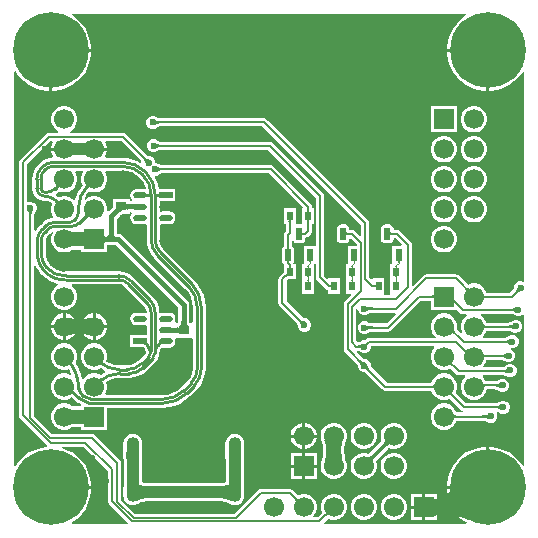
<source format=gbl>
G04*
G04 #@! TF.GenerationSoftware,Altium Limited,Altium Designer,24.10.1 (45)*
G04*
G04 Layer_Physical_Order=2*
G04 Layer_Color=16711680*
%FSLAX43Y43*%
%MOMM*%
G71*
G04*
G04 #@! TF.SameCoordinates,82C0A6C9-C4C8-43BB-9ED8-C2E15B313AAA*
G04*
G04*
G04 #@! TF.FilePolarity,Positive*
G04*
G01*
G75*
%ADD30R,1.156X0.536*%
G04:AMPARAMS|DCode=31|XSize=1.156mm|YSize=0.536mm|CornerRadius=0.268mm|HoleSize=0mm|Usage=FLASHONLY|Rotation=180.000|XOffset=0mm|YOffset=0mm|HoleType=Round|Shape=RoundedRectangle|*
%AMROUNDEDRECTD31*
21,1,1.156,0.000,0,0,180.0*
21,1,0.620,0.536,0,0,180.0*
1,1,0.536,-0.310,0.000*
1,1,0.536,0.310,0.000*
1,1,0.536,0.310,0.000*
1,1,0.536,-0.310,0.000*
%
%ADD31ROUNDEDRECTD31*%
%ADD33R,0.500X0.800*%
%ADD38R,0.900X0.800*%
G04:AMPARAMS|DCode=41|XSize=1.7mm|YSize=1.7mm|CornerRadius=0.85mm|HoleSize=0mm|Usage=FLASHONLY|Rotation=0.000|XOffset=0mm|YOffset=0mm|HoleType=Round|Shape=RoundedRectangle|*
%AMROUNDEDRECTD41*
21,1,1.700,0.000,0,0,0.0*
21,1,0.000,1.700,0,0,0.0*
1,1,1.700,0.000,0.000*
1,1,1.700,0.000,0.000*
1,1,1.700,0.000,0.000*
1,1,1.700,0.000,0.000*
%
%ADD41ROUNDEDRECTD41*%
%ADD42R,1.700X1.700*%
%ADD43R,1.700X1.700*%
G04:AMPARAMS|DCode=44|XSize=1.7mm|YSize=1.7mm|CornerRadius=0.85mm|HoleSize=0mm|Usage=FLASHONLY|Rotation=90.000|XOffset=0mm|YOffset=0mm|HoleType=Round|Shape=RoundedRectangle|*
%AMROUNDEDRECTD44*
21,1,1.700,0.000,0,0,90.0*
21,1,0.000,1.700,0,0,90.0*
1,1,1.700,0.000,0.000*
1,1,1.700,0.000,0.000*
1,1,1.700,0.000,0.000*
1,1,1.700,0.000,0.000*
%
%ADD44ROUNDEDRECTD44*%
%ADD45C,6.400*%
%ADD46C,1.000*%
%ADD75C,0.400*%
%ADD76C,0.329*%
%ADD77C,1.200*%
%ADD78C,0.157*%
%ADD79C,0.180*%
%ADD81C,1.000*%
%ADD82C,0.110*%
%ADD83C,0.157*%
G04:AMPARAMS|DCode=85|XSize=1.1mm|YSize=1.7mm|CornerRadius=0.55mm|HoleSize=0mm|Usage=FLASHONLY|Rotation=0.000|XOffset=0mm|YOffset=0mm|HoleType=Round|Shape=RoundedRectangle|*
%AMROUNDEDRECTD85*
21,1,1.100,0.600,0,0,0.0*
21,1,0.000,1.700,0,0,0.0*
1,1,1.100,0.000,-0.300*
1,1,1.100,0.000,-0.300*
1,1,1.100,0.000,0.300*
1,1,1.100,0.000,0.300*
%
%ADD85ROUNDEDRECTD85*%
%ADD86C,0.600*%
%ADD87C,0.213*%
%ADD88C,0.213*%
%ADD89R,0.532X1.057*%
G04:AMPARAMS|DCode=90|XSize=1.057mm|YSize=0.532mm|CornerRadius=0.093mm|HoleSize=0mm|Usage=FLASHONLY|Rotation=90.000|XOffset=0mm|YOffset=0mm|HoleType=Round|Shape=RoundedRectangle|*
%AMROUNDEDRECTD90*
21,1,1.057,0.346,0,0,90.0*
21,1,0.871,0.532,0,0,90.0*
1,1,0.186,0.173,0.435*
1,1,0.186,0.173,-0.435*
1,1,0.186,-0.173,-0.435*
1,1,0.186,-0.173,0.435*
%
%ADD90ROUNDEDRECTD90*%
G36*
X38718Y43469D02*
X38690Y43454D01*
X38250Y43135D01*
X37865Y42750D01*
X37546Y42310D01*
X37299Y41826D01*
X37131Y41309D01*
X37046Y40772D01*
Y40627D01*
X40500D01*
Y40500D01*
X40627D01*
Y37046D01*
X40772D01*
X41309Y37131D01*
X41826Y37299D01*
X42310Y37546D01*
X42750Y37865D01*
X43135Y38250D01*
X43454Y38690D01*
X43469Y38718D01*
X43592Y38689D01*
Y21000D01*
X43487Y20930D01*
X43411Y20961D01*
X43191D01*
X42987Y20877D01*
X42831Y20721D01*
X42747Y20517D01*
Y20474D01*
X42746Y20470D01*
X42741Y20439D01*
X42736Y20418D01*
X42728Y20394D01*
X42717Y20367D01*
X42701Y20338D01*
X42681Y20305D01*
X42659Y20273D01*
X42596Y20198D01*
X42390Y19992D01*
X40394D01*
X40369Y20086D01*
X40223Y20338D01*
X40018Y20543D01*
X39766Y20689D01*
X39485Y20764D01*
X39195D01*
X38914Y20689D01*
X38846Y20650D01*
X38053Y21443D01*
X37939Y21519D01*
X37805Y21546D01*
X37805Y21546D01*
X35322D01*
X35322Y21546D01*
X35188Y21519D01*
X35074Y21443D01*
X35074Y21443D01*
X34216Y20585D01*
X34099Y20633D01*
Y24016D01*
X34073Y24146D01*
X33999Y24256D01*
X33044Y25212D01*
X32934Y25285D01*
X32804Y25311D01*
X32539D01*
Y25408D01*
X32512Y25543D01*
X32436Y25658D01*
X32321Y25735D01*
X32185Y25762D01*
X31840D01*
X31704Y25735D01*
X31589Y25658D01*
X31513Y25543D01*
X31486Y25408D01*
Y24537D01*
X31513Y24401D01*
X31589Y24287D01*
X31704Y24210D01*
X31840Y24183D01*
X32185D01*
X32321Y24210D01*
X32436Y24287D01*
X32512Y24401D01*
X32539Y24537D01*
Y24626D01*
X32666Y24630D01*
X33226Y24071D01*
X33177Y23954D01*
X32442D01*
Y22432D01*
X32259D01*
Y21124D01*
Y19904D01*
X32258D01*
X32216Y19795D01*
X31809D01*
X31767Y19904D01*
X31767D01*
Y21212D01*
X30758D01*
Y21169D01*
X30641Y21121D01*
X30459Y21303D01*
Y25864D01*
X30433Y25994D01*
X30359Y26104D01*
X21816Y34647D01*
X21706Y34721D01*
X21576Y34746D01*
X12810D01*
X12764Y34750D01*
X12720Y34756D01*
X12679Y34763D01*
X12643Y34772D01*
X12610Y34783D01*
X12582Y34795D01*
X12557Y34808D01*
X12535Y34822D01*
X12506Y34844D01*
X12502Y34846D01*
X12471Y34877D01*
X12267Y34961D01*
X12047D01*
X11843Y34877D01*
X11687Y34721D01*
X11603Y34518D01*
Y34297D01*
X11687Y34094D01*
X11843Y33938D01*
X12047Y33853D01*
X12267D01*
X12471Y33938D01*
X12502Y33969D01*
X12506Y33971D01*
X12535Y33993D01*
X12557Y34007D01*
X12582Y34020D01*
X12610Y34032D01*
X12643Y34042D01*
X12679Y34052D01*
X12716Y34059D01*
X12814Y34068D01*
X21436D01*
X29781Y25724D01*
Y24847D01*
X29663Y24798D01*
X29250Y25212D01*
X29140Y25285D01*
X29010Y25311D01*
X28804D01*
Y25408D01*
X28777Y25543D01*
X28700Y25658D01*
X28585Y25735D01*
X28450Y25762D01*
X28104D01*
X27968Y25735D01*
X27854Y25658D01*
X27777Y25543D01*
X27750Y25408D01*
Y24537D01*
X27777Y24401D01*
X27854Y24287D01*
X27968Y24210D01*
X28104Y24183D01*
X28450D01*
X28585Y24210D01*
X28700Y24287D01*
X28777Y24401D01*
X28801Y24523D01*
X28842Y24548D01*
X28931Y24572D01*
X29422Y24081D01*
X29409Y23954D01*
X28707D01*
Y22432D01*
X28523D01*
Y21124D01*
Y19904D01*
X28900D01*
X28948Y19787D01*
X28445Y19284D01*
X28372Y19174D01*
X28346Y19044D01*
Y15186D01*
X28372Y15056D01*
X28445Y14946D01*
X29357Y14034D01*
X29387Y13999D01*
X29415Y13964D01*
X29438Y13929D01*
X29457Y13897D01*
X29472Y13867D01*
X29484Y13838D01*
X29493Y13811D01*
X29498Y13786D01*
X29503Y13750D01*
X29505Y13746D01*
Y13702D01*
X29589Y13498D01*
X29745Y13342D01*
X29948Y13258D01*
X29993D01*
X29997Y13257D01*
X30033Y13252D01*
X30058Y13246D01*
X30085Y13237D01*
X30114Y13226D01*
X30144Y13210D01*
X30176Y13191D01*
X30207Y13170D01*
X30283Y13108D01*
X31591Y11800D01*
X31701Y11727D01*
X31831Y11701D01*
X35748D01*
X35771Y11614D01*
X35917Y11362D01*
X36122Y11157D01*
X36374Y11011D01*
X36655Y10936D01*
X36945D01*
X37226Y11011D01*
X37272Y11038D01*
X38250Y10060D01*
X38360Y9987D01*
X38400Y9979D01*
X38387Y9852D01*
X37849D01*
X37829Y9926D01*
X37683Y10178D01*
X37478Y10383D01*
X37226Y10529D01*
X36945Y10604D01*
X36655D01*
X36374Y10529D01*
X36122Y10383D01*
X35917Y10178D01*
X35771Y9926D01*
X35696Y9645D01*
Y9355D01*
X35771Y9074D01*
X35917Y8822D01*
X36122Y8617D01*
X36374Y8471D01*
X36655Y8396D01*
X36945D01*
X37226Y8471D01*
X37478Y8617D01*
X37683Y8822D01*
X37829Y9074D01*
X37849Y9150D01*
X40100D01*
X40175Y9147D01*
X40218Y9142D01*
X40260Y9135D01*
X40297Y9126D01*
X40329Y9116D01*
X40356Y9106D01*
X40379Y9095D01*
X40397Y9083D01*
X40422Y9064D01*
X40425Y9063D01*
X40456Y9033D01*
X40659Y8948D01*
X40880D01*
X41083Y9033D01*
X41239Y9188D01*
X41324Y9392D01*
Y9612D01*
X41268Y9747D01*
X41328Y9893D01*
X41347Y9901D01*
X41385Y9907D01*
X41400Y9899D01*
X41422Y9885D01*
X41451Y9863D01*
X41455Y9862D01*
X41486Y9830D01*
X41690Y9746D01*
X41910D01*
X42114Y9830D01*
X42270Y9986D01*
X42354Y10190D01*
Y10410D01*
X42270Y10614D01*
X42114Y10770D01*
X41910Y10854D01*
X41690D01*
X41486Y10770D01*
X41455Y10738D01*
X41451Y10737D01*
X41422Y10715D01*
X41400Y10701D01*
X41375Y10688D01*
X41347Y10676D01*
X41314Y10665D01*
X41278Y10656D01*
X41241Y10649D01*
X41143Y10639D01*
X38630D01*
X37765Y11504D01*
X37829Y11614D01*
X37904Y11895D01*
Y12185D01*
X37829Y12466D01*
X37683Y12718D01*
X37478Y12923D01*
X37226Y13069D01*
X36945Y13144D01*
X36655D01*
X36374Y13069D01*
X36122Y12923D01*
X35917Y12718D01*
X35771Y12466D01*
X35748Y12379D01*
X31971D01*
X30760Y13590D01*
X30730Y13624D01*
X30703Y13660D01*
X30679Y13694D01*
X30660Y13727D01*
X30645Y13757D01*
X30633Y13786D01*
X30625Y13813D01*
X30619Y13838D01*
X30614Y13874D01*
X30613Y13878D01*
Y13922D01*
X30528Y14126D01*
X30373Y14282D01*
X30169Y14366D01*
X30125D01*
X30121Y14367D01*
X30085Y14372D01*
X30059Y14378D01*
X30033Y14387D01*
X30004Y14398D01*
X29973Y14413D01*
X29941Y14433D01*
X29910Y14454D01*
X29834Y14516D01*
X29394Y14956D01*
X29412Y15030D01*
X29449Y15081D01*
X29467Y15080D01*
X29510Y15074D01*
X29548Y15067D01*
X29581Y15058D01*
X29610Y15049D01*
X29634Y15038D01*
X29655Y15028D01*
X29671Y15017D01*
X29696Y14997D01*
X29705Y14992D01*
X29745Y14952D01*
X29948Y14868D01*
X30169D01*
X30373Y14952D01*
X30528Y15108D01*
X30613Y15312D01*
Y15465D01*
X35944D01*
X35996Y15338D01*
X35917Y15258D01*
X35771Y15006D01*
X35696Y14725D01*
Y14435D01*
X35771Y14154D01*
X35917Y13902D01*
X36122Y13697D01*
X36374Y13551D01*
X36655Y13476D01*
X36945D01*
X37226Y13551D01*
X37304Y13596D01*
X37816Y13085D01*
X37926Y13011D01*
X38055Y12986D01*
X38545D01*
X38597Y12859D01*
X38457Y12718D01*
X38311Y12466D01*
X38236Y12185D01*
Y11895D01*
X38311Y11614D01*
X38457Y11362D01*
X38662Y11157D01*
X38914Y11011D01*
X39195Y10936D01*
X39485D01*
X39766Y11011D01*
X40018Y11157D01*
X40223Y11362D01*
X40369Y11614D01*
X40416Y11790D01*
X41114D01*
X41160Y11787D01*
X41205Y11781D01*
X41246Y11773D01*
X41282Y11764D01*
X41314Y11753D01*
X41343Y11741D01*
X41368Y11728D01*
X41390Y11714D01*
X41419Y11692D01*
X41423Y11691D01*
X41454Y11659D01*
X41657Y11575D01*
X41878D01*
X42081Y11659D01*
X42237Y11815D01*
X42322Y12019D01*
Y12239D01*
X42237Y12443D01*
X42081Y12599D01*
X41878Y12683D01*
X41657D01*
X41454Y12599D01*
X41423Y12567D01*
X41419Y12566D01*
X41390Y12544D01*
X41368Y12530D01*
X41343Y12517D01*
X41314Y12505D01*
X41282Y12494D01*
X41246Y12485D01*
X41209Y12478D01*
X41111Y12468D01*
X40368D01*
X40223Y12718D01*
X40083Y12859D01*
X40135Y12986D01*
X41774D01*
X41847Y12984D01*
X41895Y12980D01*
X41989Y12967D01*
X42020Y12960D01*
X42048Y12952D01*
X42069Y12945D01*
X42074Y12943D01*
X42086Y12930D01*
X42290Y12846D01*
X42510D01*
X42714Y12930D01*
X42870Y13086D01*
X42954Y13290D01*
Y13510D01*
X42870Y13714D01*
X42714Y13870D01*
X42510Y13954D01*
X42290D01*
X42086Y13870D01*
X41988Y13771D01*
X41973Y13760D01*
X41951Y13736D01*
X41938Y13724D01*
X41922Y13713D01*
X41902Y13702D01*
X41879Y13692D01*
X41850Y13682D01*
X41816Y13674D01*
X41776Y13668D01*
X41731Y13664D01*
X40165D01*
X40112Y13791D01*
X40223Y13902D01*
X40369Y14154D01*
X40401Y14273D01*
X41647D01*
X41749Y14264D01*
X41789Y14258D01*
X41828Y14250D01*
X41861Y14240D01*
X41889Y14230D01*
X41913Y14220D01*
X41932Y14209D01*
X41948Y14198D01*
X41972Y14174D01*
X42175Y14090D01*
X42396D01*
X42600Y14174D01*
X42755Y14330D01*
X42840Y14534D01*
Y14754D01*
X42755Y14958D01*
X42600Y15113D01*
X42491Y15158D01*
X42516Y15285D01*
X42706D01*
X42910Y15370D01*
X43065Y15525D01*
X43150Y15729D01*
Y15950D01*
X43065Y16153D01*
X42910Y16309D01*
X42706Y16393D01*
X42486D01*
X42282Y16309D01*
X42248Y16275D01*
X42242Y16272D01*
X42215Y16251D01*
X42196Y16239D01*
X42173Y16227D01*
X42146Y16216D01*
X42114Y16206D01*
X42078Y16196D01*
X42041Y16190D01*
X41944Y16180D01*
X40141D01*
X40089Y16307D01*
X40223Y16442D01*
X40369Y16694D01*
X40385Y16755D01*
X42257D01*
X42357Y16747D01*
X42398Y16741D01*
X42437Y16733D01*
X42469Y16724D01*
X42496Y16715D01*
X42517Y16705D01*
X42534Y16696D01*
X42551Y16684D01*
X42576Y16659D01*
X42779Y16575D01*
X43000D01*
X43203Y16659D01*
X43359Y16815D01*
X43444Y17018D01*
Y17239D01*
X43359Y17443D01*
X43203Y17598D01*
X43000Y17683D01*
X42779D01*
X42576Y17598D01*
X42536Y17559D01*
X42528Y17554D01*
X42500Y17532D01*
X42479Y17518D01*
X42456Y17506D01*
X42429Y17494D01*
X42398Y17483D01*
X42362Y17473D01*
X42326Y17466D01*
X42231Y17457D01*
X40393D01*
X40369Y17546D01*
X40223Y17798D01*
X40018Y18003D01*
X39947Y18045D01*
X39981Y18172D01*
X42484D01*
X42584Y18164D01*
X42626Y18158D01*
X42665Y18151D01*
X42698Y18142D01*
X42725Y18133D01*
X42746Y18124D01*
X42761Y18116D01*
X42771Y18109D01*
X42795Y18086D01*
X42999Y18001D01*
X43219D01*
X43423Y18086D01*
X43465Y18128D01*
X43592Y18076D01*
Y5311D01*
X43469Y5282D01*
X43454Y5310D01*
X43135Y5750D01*
X42750Y6135D01*
X42310Y6454D01*
X41826Y6701D01*
X41309Y6869D01*
X40772Y6954D01*
X40627D01*
Y3500D01*
X40500D01*
Y3373D01*
X37046D01*
Y3228D01*
X37103Y2868D01*
X37122Y2883D01*
X37229Y3020D01*
X37289Y3175D01*
X37304Y3348D01*
X38896Y731D01*
X38701Y827D01*
X38464Y913D01*
X38187Y989D01*
X38111Y1004D01*
X38250Y865D01*
X38690Y546D01*
X38718Y531D01*
X38689Y408D01*
X26683D01*
X26634Y525D01*
X26962Y853D01*
X27040Y808D01*
X27321Y733D01*
X27611D01*
X27892Y808D01*
X28144Y953D01*
X28349Y1159D01*
X28495Y1410D01*
X28570Y1691D01*
Y1982D01*
X28495Y2263D01*
X28349Y2514D01*
X28144Y2720D01*
X27892Y2865D01*
X27611Y2941D01*
X27321D01*
X27040Y2865D01*
X26788Y2720D01*
X26583Y2514D01*
X26437Y2263D01*
X26362Y1982D01*
Y1691D01*
X26437Y1410D01*
X26482Y1332D01*
X26116Y966D01*
X25783D01*
X25734Y1083D01*
X25809Y1159D01*
X25955Y1410D01*
X26030Y1691D01*
Y1982D01*
X25955Y2263D01*
X25809Y2514D01*
X25604Y2720D01*
X25352Y2865D01*
X25071Y2941D01*
X24781D01*
X24500Y2865D01*
X24422Y2820D01*
X23974Y3268D01*
X23864Y3341D01*
X23735Y3367D01*
X21331D01*
X21201Y3341D01*
X21091Y3268D01*
X19048Y1225D01*
X10675D01*
X9484Y2417D01*
Y5541D01*
X9458Y5671D01*
X9384Y5781D01*
X7240Y7925D01*
X7130Y7999D01*
X7000Y8024D01*
X3610D01*
X2108Y9527D01*
Y22239D01*
X2235Y22264D01*
X2281Y22152D01*
X2499Y21796D01*
X2507Y21787D01*
X2588Y21692D01*
X2609Y21659D01*
X2610Y21659D01*
X2610Y21659D01*
X2625Y21649D01*
X2670Y21597D01*
X2771Y21478D01*
X3088Y21207D01*
X3444Y20989D01*
X3830Y20829D01*
X4108Y20762D01*
X4127Y20627D01*
X3982Y20543D01*
X3777Y20338D01*
X3631Y20086D01*
X3556Y19805D01*
Y19515D01*
X3631Y19234D01*
X3777Y18982D01*
X3982Y18777D01*
X4234Y18631D01*
X4515Y18556D01*
X4805D01*
X5086Y18631D01*
X5338Y18777D01*
X5543Y18982D01*
X5689Y19234D01*
X5764Y19515D01*
Y19805D01*
X5689Y20086D01*
X5543Y20338D01*
X5338Y20543D01*
X5276Y20579D01*
X5310Y20706D01*
X9133D01*
X9258Y20706D01*
X9378Y20691D01*
X9457Y20681D01*
X9643Y20604D01*
X9800Y20484D01*
X9802Y20481D01*
X11403Y18880D01*
X11405Y18878D01*
X11527Y18719D01*
X11605Y18532D01*
X11624Y18385D01*
X11547Y18298D01*
X11504Y18282D01*
X11389Y18305D01*
X10770D01*
X10566Y18264D01*
X10393Y18149D01*
X10278Y17976D01*
X10238Y17773D01*
X10278Y17569D01*
X10393Y17397D01*
X10566Y17281D01*
X10770Y17241D01*
X11389D01*
X11504Y17263D01*
X11631Y17165D01*
Y16395D01*
X10248D01*
Y15351D01*
X11269D01*
X11395Y15348D01*
X11470Y15252D01*
X11524Y15182D01*
X11604Y14987D01*
X11609Y14951D01*
X11607Y14940D01*
X11540Y14840D01*
X11540Y14840D01*
X11539Y14839D01*
X11539Y14839D01*
X10939Y14239D01*
X10939Y14239D01*
X10939Y14239D01*
X10938Y14239D01*
X10929Y14224D01*
X10665Y14022D01*
X10341Y13887D01*
X10011Y13844D01*
X9993Y13848D01*
X9260D01*
X9248Y13845D01*
X8879Y13881D01*
X8512Y13993D01*
X8232Y14142D01*
X8229Y14154D01*
X8304Y14435D01*
Y14725D01*
X8229Y15006D01*
X8083Y15258D01*
X7878Y15463D01*
X7626Y15609D01*
X7345Y15684D01*
X7055D01*
X6774Y15609D01*
X6522Y15463D01*
X6317Y15258D01*
X6171Y15006D01*
X6096Y14725D01*
Y14435D01*
X6171Y14154D01*
X6317Y13902D01*
X6522Y13697D01*
X6774Y13551D01*
X7055Y13476D01*
X7345D01*
X7626Y13551D01*
X7716Y13603D01*
X7723Y13598D01*
X7752Y13578D01*
X7765Y13573D01*
X8040Y13404D01*
X8138Y13364D01*
Y13237D01*
X8031Y13192D01*
X7789Y13044D01*
X7767Y13035D01*
X7735Y13014D01*
X7728Y13010D01*
X7626Y13069D01*
X7345Y13144D01*
X7055D01*
X6774Y13069D01*
X6522Y12923D01*
X6317Y12718D01*
X6279Y12653D01*
X6153Y12671D01*
X6049Y13108D01*
X5811Y13682D01*
X5643Y13956D01*
X5634Y13980D01*
X5614Y14012D01*
X5610Y14018D01*
X5689Y14154D01*
X5764Y14435D01*
Y14725D01*
X5689Y15006D01*
X5543Y15258D01*
X5338Y15463D01*
X5086Y15609D01*
X4805Y15684D01*
X4515D01*
X4234Y15609D01*
X3982Y15463D01*
X3777Y15258D01*
X3631Y15006D01*
X3556Y14725D01*
Y14435D01*
X3631Y14154D01*
X3777Y13902D01*
X3982Y13697D01*
X4234Y13551D01*
X4515Y13476D01*
X4805D01*
X5038Y13538D01*
X5155Y13348D01*
X5253Y13111D01*
X5157Y13028D01*
X5086Y13069D01*
X4805Y13144D01*
X4515D01*
X4234Y13069D01*
X3982Y12923D01*
X3777Y12718D01*
X3631Y12466D01*
X3556Y12185D01*
Y11895D01*
X3631Y11614D01*
X3777Y11362D01*
X3982Y11157D01*
X4234Y11011D01*
X4515Y10936D01*
X4805D01*
X5086Y11011D01*
X5291Y11130D01*
X5604Y10817D01*
X5605Y10815D01*
X5605Y10815D01*
X5795Y10669D01*
X5874Y10637D01*
X5904Y10616D01*
X6096Y10537D01*
Y10361D01*
X5360D01*
X5338Y10383D01*
X5086Y10529D01*
X4805Y10604D01*
X4515D01*
X4234Y10529D01*
X3982Y10383D01*
X3777Y10178D01*
X3631Y9926D01*
X3556Y9645D01*
Y9355D01*
X3631Y9074D01*
X3777Y8822D01*
X3982Y8617D01*
X4234Y8471D01*
X4515Y8396D01*
X4805D01*
X5086Y8471D01*
X5338Y8617D01*
X5360Y8639D01*
X6096D01*
Y8396D01*
X8304D01*
Y10249D01*
X12984D01*
Y10246D01*
X13493Y10286D01*
X13988Y10405D01*
X14460Y10600D01*
X14895Y10867D01*
X15282Y11198D01*
X15280Y11200D01*
X15280Y11200D01*
X15889Y11809D01*
X15893Y11805D01*
X16205Y12185D01*
X16436Y12619D01*
X16579Y13090D01*
X16627Y13579D01*
X16622D01*
Y18753D01*
X16625D01*
X16585Y19262D01*
X16466Y19758D01*
X16271Y20229D01*
X16005Y20664D01*
X15673Y21052D01*
X15671Y21050D01*
X15671Y21050D01*
X13046Y23674D01*
X13036Y23681D01*
X12866Y23903D01*
X12754Y24173D01*
X12718Y24450D01*
X12720Y24462D01*
Y25736D01*
X12818Y25816D01*
X12920Y25796D01*
X13540D01*
X13744Y25837D01*
X13916Y25952D01*
X14032Y26125D01*
X14072Y26328D01*
X14032Y26532D01*
X13916Y26705D01*
X13744Y26820D01*
X13540Y26860D01*
X12920D01*
X12818Y26840D01*
X12720Y26921D01*
Y27706D01*
X14062D01*
Y28750D01*
X12680D01*
X12568Y29219D01*
X12378Y29678D01*
X12317Y29778D01*
X12379Y29889D01*
X12439D01*
X12643Y29973D01*
X12674Y30004D01*
X12678Y30006D01*
X12707Y30028D01*
X12729Y30042D01*
X12754Y30055D01*
X12782Y30067D01*
X12815Y30077D01*
X12851Y30087D01*
X12888Y30094D01*
X12986Y30103D01*
X21988D01*
X24833Y27258D01*
X24787Y27131D01*
X24787D01*
Y25877D01*
X24732Y25790D01*
X24685Y25762D01*
X24396D01*
X24350Y25790D01*
X24295Y25877D01*
Y27131D01*
X23287D01*
Y25823D01*
X23394D01*
Y25173D01*
X23343Y25122D01*
X23267Y25008D01*
X23240Y24874D01*
X23240Y24874D01*
Y23905D01*
X23168Y23857D01*
X23091Y23742D01*
X23064Y23607D01*
Y22736D01*
X23091Y22600D01*
X23168Y22485D01*
X23255Y22427D01*
X23267Y22370D01*
X23287Y22340D01*
Y21786D01*
X23286Y21784D01*
X23283Y21778D01*
X23278Y21769D01*
X23271Y21758D01*
X23262Y21746D01*
X23258Y21742D01*
X22881Y21365D01*
X22805Y21251D01*
X22779Y21117D01*
X22779Y21117D01*
Y19100D01*
X22779Y19100D01*
X22805Y18965D01*
X22881Y18851D01*
X24258Y17475D01*
X24309Y17419D01*
X24336Y17385D01*
X24361Y17350D01*
X24381Y17318D01*
X24396Y17288D01*
X24408Y17262D01*
X24416Y17238D01*
X24421Y17217D01*
X24425Y17185D01*
X24427Y17182D01*
Y17138D01*
X24511Y16935D01*
X24667Y16779D01*
X24870Y16694D01*
X25091D01*
X25294Y16779D01*
X25450Y16935D01*
X25535Y17138D01*
Y17359D01*
X25450Y17562D01*
X25294Y17718D01*
X25091Y17802D01*
X25047D01*
X25044Y17804D01*
X25012Y17808D01*
X24991Y17813D01*
X24967Y17821D01*
X24941Y17833D01*
X24911Y17848D01*
X24879Y17868D01*
X24847Y17891D01*
X24771Y17954D01*
X23480Y19245D01*
Y20972D01*
X23633Y21124D01*
X24295D01*
Y22432D01*
X24116D01*
X24115Y22440D01*
X24049Y22538D01*
X24091Y22600D01*
X24118Y22736D01*
Y23607D01*
X24091Y23742D01*
X24014Y23857D01*
X23942Y23905D01*
Y24321D01*
X24069Y24360D01*
X24118Y24287D01*
X24233Y24210D01*
X24368Y24183D01*
X24714D01*
X24849Y24210D01*
X24964Y24287D01*
X25041Y24401D01*
X25068Y24537D01*
Y24638D01*
X25176Y24659D01*
X25286Y24732D01*
X25531Y24978D01*
X25604Y25088D01*
X25630Y25217D01*
Y25823D01*
X25795D01*
Y27131D01*
X25630D01*
Y27280D01*
X25604Y27410D01*
X25531Y27520D01*
X22368Y30682D01*
X22258Y30756D01*
X22129Y30782D01*
X12982D01*
X12936Y30785D01*
X12891Y30791D01*
X12851Y30798D01*
X12815Y30808D01*
X12782Y30818D01*
X12754Y30830D01*
X12729Y30843D01*
X12707Y30857D01*
X12678Y30879D01*
X12674Y30881D01*
X12643Y30912D01*
X12439Y30997D01*
X12372D01*
Y31093D01*
X12288Y31296D01*
X12132Y31452D01*
X11928Y31536D01*
X11884D01*
X11880Y31538D01*
X11844Y31543D01*
X11819Y31548D01*
X11792Y31557D01*
X11763Y31569D01*
X11733Y31584D01*
X11700Y31603D01*
X11669Y31624D01*
X11593Y31687D01*
X9865Y33415D01*
X9755Y33489D01*
X9625Y33515D01*
X5198D01*
X5179Y33538D01*
X5210Y33703D01*
X5338Y33777D01*
X5543Y33982D01*
X5689Y34234D01*
X5764Y34515D01*
Y34805D01*
X5689Y35086D01*
X5543Y35338D01*
X5338Y35543D01*
X5086Y35689D01*
X4805Y35764D01*
X4515D01*
X4234Y35689D01*
X3982Y35543D01*
X3777Y35338D01*
X3631Y35086D01*
X3556Y34805D01*
Y34515D01*
X3631Y34234D01*
X3777Y33982D01*
X3982Y33777D01*
X4110Y33703D01*
X4141Y33538D01*
X4122Y33515D01*
X3330D01*
X3200Y33489D01*
X3090Y33415D01*
X932Y31257D01*
X859Y31147D01*
X833Y31017D01*
Y9617D01*
X859Y9487D01*
X932Y9377D01*
X3228Y7081D01*
X3228Y7041D01*
X3217Y7000D01*
X3188Y6948D01*
X2691Y6869D01*
X2174Y6701D01*
X1690Y6454D01*
X1250Y6135D01*
X865Y5750D01*
X546Y5310D01*
X531Y5282D01*
X408Y5311D01*
Y38689D01*
X531Y38718D01*
X546Y38690D01*
X865Y38250D01*
X1250Y37865D01*
X1690Y37546D01*
X2174Y37299D01*
X2691Y37131D01*
X3228Y37046D01*
X3373D01*
Y40500D01*
X3500D01*
Y40627D01*
X6954D01*
Y40772D01*
X6869Y41309D01*
X6701Y41826D01*
X6454Y42310D01*
X6135Y42750D01*
X5750Y43135D01*
X5310Y43454D01*
X5282Y43469D01*
X5311Y43592D01*
X38689D01*
X38718Y43469D01*
D02*
G37*
G36*
X12387Y34609D02*
X12428Y34583D01*
X12472Y34560D01*
X12519Y34541D01*
X12569Y34524D01*
X12623Y34510D01*
X12679Y34500D01*
X12738Y34492D01*
X12801Y34487D01*
X12866Y34486D01*
Y34329D01*
X12801Y34327D01*
X12679Y34315D01*
X12623Y34305D01*
X12569Y34291D01*
X12519Y34274D01*
X12472Y34254D01*
X12428Y34232D01*
X12387Y34206D01*
X12349Y34177D01*
Y34638D01*
X12387Y34609D01*
D02*
G37*
G36*
X11116Y31205D02*
X11146Y31170D01*
X11139Y31054D01*
X11123Y31019D01*
X11112Y31006D01*
X11098Y30998D01*
X10994Y31062D01*
X10535Y31252D01*
X10052Y31368D01*
X9557Y31407D01*
Y31404D01*
X8208D01*
X8135Y31531D01*
X8229Y31694D01*
X8304Y31975D01*
Y31993D01*
X7200D01*
Y32247D01*
X8304D01*
Y32265D01*
X8229Y32546D01*
X8134Y32709D01*
X8208Y32836D01*
X9484D01*
X11116Y31205D01*
D02*
G37*
G36*
X11419Y31494D02*
X11514Y31417D01*
X11561Y31385D01*
X11609Y31357D01*
X11656Y31333D01*
X11703Y31313D01*
X11750Y31298D01*
X11798Y31288D01*
X11845Y31281D01*
X11519Y30955D01*
X11513Y31003D01*
X11502Y31050D01*
X11487Y31097D01*
X11468Y31144D01*
X11444Y31192D01*
X11416Y31239D01*
X11384Y31286D01*
X11347Y31334D01*
X11306Y31381D01*
X11261Y31429D01*
X11372Y31540D01*
X11419Y31494D01*
D02*
G37*
G36*
X12559Y30644D02*
X12600Y30618D01*
X12644Y30595D01*
X12691Y30576D01*
X12741Y30559D01*
X12795Y30545D01*
X12851Y30535D01*
X12910Y30527D01*
X12973Y30523D01*
X13038Y30521D01*
Y30364D01*
X12973Y30362D01*
X12851Y30350D01*
X12795Y30340D01*
X12741Y30326D01*
X12691Y30309D01*
X12644Y30290D01*
X12600Y30267D01*
X12559Y30241D01*
X12521Y30212D01*
Y30673D01*
X12559Y30644D01*
D02*
G37*
G36*
X4232Y28852D02*
X4216Y28864D01*
X4198Y28872D01*
X4179Y28875D01*
X4157Y28873D01*
X4134Y28866D01*
X4109Y28855D01*
X4082Y28838D01*
X4053Y28817D01*
X4023Y28791D01*
X3990Y28760D01*
X3840Y28910D01*
X3871Y28943D01*
X3897Y28973D01*
X3918Y29002D01*
X3935Y29029D01*
X3946Y29054D01*
X3953Y29077D01*
X3955Y29099D01*
X3952Y29118D01*
X3944Y29136D01*
X3932Y29152D01*
X4232Y28852D01*
D02*
G37*
G36*
X9965Y30293D02*
X10358Y30174D01*
X10720Y29981D01*
X11037Y29721D01*
X11297Y29404D01*
X11490Y29042D01*
X11552Y28839D01*
X11466Y28745D01*
X11389Y28760D01*
X10770D01*
X10566Y28720D01*
X10393Y28605D01*
X10278Y28432D01*
X10238Y28228D01*
X10278Y28025D01*
X10376Y27878D01*
X10353Y27794D01*
X10321Y27749D01*
X10241D01*
X10217Y27751D01*
X10185Y27756D01*
Y27940D01*
X9938D01*
X9928Y27942D01*
X9919Y27940D01*
X9906D01*
X9901Y27940D01*
X9899Y27940D01*
X8777D01*
Y27262D01*
X8756Y27232D01*
X8659Y27118D01*
X8428Y26886D01*
X8304Y26942D01*
Y27185D01*
X8229Y27466D01*
X8083Y27718D01*
X7878Y27923D01*
X7626Y28069D01*
X7345Y28144D01*
X7055D01*
X6774Y28069D01*
X6522Y27923D01*
X6469Y27870D01*
X6357Y27938D01*
X6379Y28012D01*
X6580Y28388D01*
X6733Y28575D01*
X6774Y28551D01*
X7055Y28476D01*
X7345D01*
X7626Y28551D01*
X7878Y28697D01*
X8083Y28902D01*
X8229Y29154D01*
X8304Y29435D01*
Y29725D01*
X8229Y30006D01*
X8116Y30202D01*
X8183Y30329D01*
X9557D01*
X9572Y30332D01*
X9965Y30293D01*
D02*
G37*
G36*
X6284Y30202D02*
X6171Y30006D01*
X6096Y29725D01*
Y29435D01*
X6171Y29154D01*
X6208Y29090D01*
X6037Y28889D01*
X5798Y28499D01*
X5624Y28078D01*
X5569Y27849D01*
X5447Y27815D01*
X5338Y27923D01*
X5086Y28069D01*
X4805Y28144D01*
X4515D01*
X4270Y28078D01*
X4145Y28083D01*
X3931Y28247D01*
Y28374D01*
X4145Y28537D01*
X4270Y28542D01*
X4515Y28476D01*
X4805D01*
X5086Y28551D01*
X5338Y28697D01*
X5543Y28902D01*
X5689Y29154D01*
X5764Y29435D01*
Y29725D01*
X5689Y30006D01*
X5576Y30202D01*
X5643Y30329D01*
X6217D01*
X6284Y30202D01*
D02*
G37*
G36*
X11548Y28419D02*
X11557Y28401D01*
X11572Y28386D01*
X11593Y28372D01*
X11620Y28361D01*
X11653Y28351D01*
X11692Y28344D01*
X11737Y28339D01*
X11788Y28336D01*
X11845Y28335D01*
Y28122D01*
X11788Y28121D01*
X11692Y28112D01*
X11653Y28105D01*
X11620Y28096D01*
X11593Y28084D01*
X11572Y28071D01*
X11557Y28055D01*
X11548Y28038D01*
X11545Y28018D01*
Y28439D01*
X11548Y28419D01*
D02*
G37*
G36*
X12658Y28015D02*
X12656Y28036D01*
X12650Y28054D01*
X12639Y28070D01*
X12624Y28083D01*
X12604Y28095D01*
X12581Y28105D01*
X12553Y28112D01*
X12520Y28118D01*
X12483Y28121D01*
X12442Y28122D01*
Y28335D01*
X12483Y28336D01*
X12520Y28339D01*
X12553Y28344D01*
X12581Y28352D01*
X12604Y28361D01*
X12624Y28373D01*
X12639Y28387D01*
X12650Y28403D01*
X12656Y28421D01*
X12658Y28441D01*
Y28015D01*
D02*
G37*
G36*
X4023Y27829D02*
X4053Y27803D01*
X4082Y27782D01*
X4109Y27765D01*
X4134Y27754D01*
X4157Y27747D01*
X4179Y27745D01*
X4198Y27748D01*
X4216Y27756D01*
X4232Y27768D01*
X3932Y27468D01*
X3944Y27484D01*
X3952Y27502D01*
X3955Y27521D01*
X3953Y27543D01*
X3946Y27566D01*
X3935Y27591D01*
X3918Y27618D01*
X3897Y27647D01*
X3871Y27677D01*
X3840Y27710D01*
X3990Y27860D01*
X4023Y27829D01*
D02*
G37*
G36*
X9932Y27645D02*
X9944Y27612D01*
X9964Y27582D01*
X9992Y27557D01*
X10028Y27535D01*
X10072Y27517D01*
X10124Y27503D01*
X10184Y27494D01*
X10252Y27488D01*
X10293Y27487D01*
X10626Y27505D01*
X10636Y27510D01*
Y27047D01*
X10622Y27054D01*
X10602Y27061D01*
X10574Y27067D01*
X10540Y27072D01*
X10450Y27079D01*
X10285Y27085D01*
X10252Y27084D01*
X10184Y27078D01*
X10124Y27068D01*
X10072Y27054D01*
X10028Y27036D01*
X9992Y27015D01*
X9964Y26989D01*
X9944Y26960D01*
X9932Y26926D01*
X9928Y26889D01*
Y27683D01*
X9932Y27645D01*
D02*
G37*
G36*
X9650Y26892D02*
X9617Y26912D01*
X9579Y26921D01*
X9535Y26920D01*
X9487Y26907D01*
X9433Y26884D01*
X9373Y26850D01*
X9309Y26805D01*
X9239Y26750D01*
X9085Y26606D01*
X8752Y26839D01*
X8833Y26923D01*
X8961Y27074D01*
X9008Y27140D01*
X9042Y27199D01*
X9065Y27253D01*
X9076Y27300D01*
X9075Y27341D01*
X9062Y27376D01*
X9038Y27404D01*
X9650Y26892D01*
D02*
G37*
G36*
X25370Y27001D02*
X25373Y26975D01*
X25376Y26951D01*
X25382Y26931D01*
X25389Y26914D01*
X25398Y26899D01*
X25408Y26888D01*
X25420Y26881D01*
X25433Y26876D01*
X25448Y26874D01*
X25134D01*
X25149Y26876D01*
X25162Y26881D01*
X25174Y26888D01*
X25184Y26899D01*
X25193Y26914D01*
X25200Y26931D01*
X25205Y26951D01*
X25209Y26975D01*
X25212Y27001D01*
X25212Y27031D01*
X25369D01*
X25370Y27001D01*
D02*
G37*
G36*
X10383Y26728D02*
X10387Y26695D01*
X10278Y26532D01*
X10238Y26328D01*
X10278Y26125D01*
X10393Y25952D01*
X10566Y25837D01*
X10770Y25796D01*
X11389D01*
X11518Y25822D01*
X11645Y25730D01*
Y24462D01*
X11642D01*
X11684Y24034D01*
X11809Y23623D01*
X12011Y23244D01*
X12284Y22912D01*
X12286Y22914D01*
X14911Y20289D01*
X14925Y20280D01*
X15185Y19963D01*
X15386Y19587D01*
X15510Y19178D01*
X15551Y18770D01*
X15547Y18753D01*
Y17556D01*
X15475Y17459D01*
X15241D01*
X15236Y17490D01*
X15234Y17515D01*
Y18976D01*
X15234Y18976D01*
X15199Y19153D01*
X15098Y19303D01*
X15098Y19303D01*
X9574Y24827D01*
X9424Y24928D01*
X9247Y24963D01*
X9247Y24963D01*
X9187D01*
X9159Y24968D01*
X9139Y24975D01*
X9128Y24980D01*
X9124Y24984D01*
X9120Y24989D01*
X9114Y24999D01*
X9107Y25020D01*
X9102Y25047D01*
Y26252D01*
X9341Y26491D01*
X9409Y26553D01*
X9464Y26598D01*
X9512Y26631D01*
X9513Y26632D01*
X9899D01*
X9901Y26631D01*
X9906Y26632D01*
X9919D01*
X9928Y26630D01*
X9938Y26632D01*
X10185D01*
Y26816D01*
X10217Y26821D01*
X10241Y26823D01*
X10342D01*
X10383Y26728D01*
D02*
G37*
G36*
X1970Y26917D02*
X1944Y26876D01*
X1922Y26832D01*
X1902Y26785D01*
X1885Y26734D01*
X1871Y26681D01*
X1861Y26625D01*
X1853Y26565D01*
X1849Y26503D01*
X1847Y26437D01*
X1690D01*
X1689Y26503D01*
X1676Y26625D01*
X1666Y26681D01*
X1652Y26734D01*
X1635Y26785D01*
X1616Y26832D01*
X1593Y26876D01*
X1567Y26917D01*
X1538Y26955D01*
X1999D01*
X1970Y26917D01*
D02*
G37*
G36*
X6694Y26364D02*
X6679Y26378D01*
X6663Y26387D01*
X6644Y26391D01*
X6624Y26390D01*
X6601Y26384D01*
X6577Y26373D01*
X6550Y26357D01*
X6522Y26336D01*
X6491Y26310D01*
X6458Y26279D01*
X6325Y26447D01*
X6357Y26480D01*
X6383Y26511D01*
X6405Y26540D01*
X6422Y26567D01*
X6434Y26593D01*
X6442Y26617D01*
X6445Y26640D01*
X6444Y26661D01*
X6437Y26680D01*
X6426Y26697D01*
X6694Y26364D01*
D02*
G37*
G36*
X25433Y26082D02*
X25420Y26077D01*
X25408Y26069D01*
X25398Y26058D01*
X25389Y26043D01*
X25382Y26026D01*
X25376Y26005D01*
X25373Y25981D01*
X25370Y25954D01*
X25369Y25923D01*
X25212D01*
X25212Y25954D01*
X25209Y25981D01*
X25205Y26005D01*
X25200Y26026D01*
X25193Y26043D01*
X25184Y26058D01*
X25174Y26069D01*
X25162Y26077D01*
X25149Y26082D01*
X25134Y26083D01*
X25448D01*
X25433Y26082D01*
D02*
G37*
G36*
X23908Y26082D02*
X23892Y26076D01*
X23879Y26067D01*
X23867Y26054D01*
X23857Y26038D01*
X23849Y26018D01*
X23843Y25994D01*
X23838Y25966D01*
X23836Y25935D01*
X23835Y25900D01*
X23655D01*
X23654Y25935D01*
X23651Y25966D01*
X23647Y25994D01*
X23640Y26018D01*
X23632Y26038D01*
X23622Y26054D01*
X23611Y26067D01*
X23597Y26076D01*
X23582Y26082D01*
X23565Y26083D01*
X23925D01*
X23908Y26082D01*
D02*
G37*
G36*
X3726Y32709D02*
X3631Y32546D01*
X3556Y32265D01*
Y32247D01*
X4660D01*
Y31993D01*
X3556D01*
Y31975D01*
X3631Y31694D01*
X3728Y31527D01*
X3659Y31392D01*
X3439Y31371D01*
X3094Y31266D01*
X2777Y31096D01*
X2499Y30868D01*
X2270Y30590D01*
X2101Y30272D01*
X1996Y29928D01*
X1961Y29569D01*
X1962D01*
Y28790D01*
X1961D01*
X1996Y28526D01*
X2097Y28280D01*
X2259Y28069D01*
X2470Y27907D01*
X2716Y27806D01*
X2980Y27771D01*
Y27772D01*
X3106D01*
X3108Y27773D01*
X3295Y27748D01*
X3470Y27675D01*
X3620Y27561D01*
X3621Y27559D01*
X3662Y27519D01*
X3631Y27466D01*
X3556Y27185D01*
Y26895D01*
X3631Y26614D01*
X3741Y26424D01*
X3678Y26290D01*
X3565Y26279D01*
X3260Y26186D01*
X2979Y26036D01*
X2828Y25912D01*
X2733Y25834D01*
X2644Y25744D01*
X2622Y25722D01*
X2531Y25634D01*
X2531Y25634D01*
X2453Y25538D01*
X2305Y25358D01*
X2235Y25226D01*
X2108Y25258D01*
Y26494D01*
X2111Y26540D01*
X2117Y26584D01*
X2124Y26625D01*
X2134Y26661D01*
X2145Y26694D01*
X2156Y26722D01*
X2169Y26747D01*
X2183Y26769D01*
X2205Y26798D01*
X2207Y26802D01*
X2238Y26833D01*
X2323Y27037D01*
Y27257D01*
X2238Y27461D01*
X2082Y27617D01*
X1879Y27701D01*
X1658D01*
X1616Y27684D01*
X1511Y27754D01*
Y30877D01*
X3471Y32836D01*
X3652D01*
X3726Y32709D01*
D02*
G37*
G36*
X32276Y25114D02*
X32281Y25101D01*
X32289Y25089D01*
X32300Y25079D01*
X32314Y25070D01*
X32332Y25063D01*
X32353Y25058D01*
X32377Y25054D01*
X32404Y25052D01*
X32434Y25051D01*
Y24894D01*
X32404Y24893D01*
X32377Y24891D01*
X32353Y24887D01*
X32332Y24881D01*
X32314Y24874D01*
X32300Y24865D01*
X32289Y24855D01*
X32281Y24843D01*
X32276Y24830D01*
X32274Y24815D01*
Y25129D01*
X32276Y25114D01*
D02*
G37*
G36*
X28540D02*
X28545Y25101D01*
X28553Y25089D01*
X28564Y25079D01*
X28578Y25070D01*
X28596Y25063D01*
X28617Y25058D01*
X28641Y25054D01*
X28668Y25052D01*
X28699Y25051D01*
Y24894D01*
X28668Y24893D01*
X28641Y24891D01*
X28617Y24887D01*
X28596Y24881D01*
X28578Y24874D01*
X28564Y24865D01*
X28553Y24855D01*
X28545Y24843D01*
X28540Y24830D01*
X28538Y24815D01*
Y25129D01*
X28540Y25114D01*
D02*
G37*
G36*
X24804D02*
X24809Y25101D01*
X24817Y25089D01*
X24828Y25079D01*
X24843Y25070D01*
X24860Y25063D01*
X24881Y25058D01*
X24905Y25054D01*
X24932Y25052D01*
X24963Y25051D01*
Y24894D01*
X24932Y24893D01*
X24905Y24891D01*
X24881Y24887D01*
X24860Y24881D01*
X24843Y24874D01*
X24828Y24865D01*
X24817Y24855D01*
X24809Y24843D01*
X24804Y24830D01*
X24803Y24815D01*
Y25129D01*
X24804Y25114D01*
D02*
G37*
G36*
X8844Y25024D02*
X8856Y24956D01*
X8875Y24896D01*
X8903Y24844D01*
X8939Y24800D01*
X8983Y24764D01*
X9035Y24736D01*
X9095Y24716D01*
X9163Y24704D01*
X9240Y24700D01*
X8639Y24300D01*
X8447Y24428D01*
Y24300D01*
X8370Y24298D01*
X8302Y24292D01*
X8241Y24282D01*
X8189Y24268D01*
X8145Y24250D01*
X8108Y24228D01*
X8080Y24202D01*
X8060Y24172D01*
X8048Y24138D01*
X8044Y24100D01*
Y24697D01*
X8040Y24700D01*
X8044Y24700D01*
Y24900D01*
X8048Y24862D01*
X8060Y24828D01*
X8080Y24798D01*
X8108Y24772D01*
X8145Y24750D01*
X8189Y24732D01*
X8213Y24726D01*
X8243Y24736D01*
X8295Y24764D01*
X8340Y24800D01*
X8375Y24844D01*
X8403Y24896D01*
X8424Y24956D01*
X8436Y25024D01*
X8439Y25100D01*
X8840D01*
X8844Y25024D01*
D02*
G37*
G36*
X23682Y23843D02*
X23684Y23812D01*
X23689Y23784D01*
X23695Y23760D01*
X23703Y23740D01*
X23713Y23723D01*
X23725Y23711D01*
X23738Y23701D01*
X23753Y23696D01*
X23770Y23694D01*
X23411D01*
X23428Y23696D01*
X23444Y23701D01*
X23457Y23711D01*
X23469Y23723D01*
X23479Y23740D01*
X23487Y23760D01*
X23493Y23784D01*
X23497Y23812D01*
X23500Y23843D01*
X23501Y23878D01*
X23681D01*
X23682Y23843D01*
D02*
G37*
G36*
X33062Y22648D02*
X33052Y22644D01*
X33044Y22639D01*
X33037Y22631D01*
X33031Y22620D01*
X33026Y22608D01*
X33022Y22593D01*
X33020Y22576D01*
X33018Y22557D01*
X33017Y22536D01*
X32908D01*
X32907Y22557D01*
X32905Y22576D01*
X32903Y22593D01*
X32899Y22608D01*
X32894Y22620D01*
X32888Y22631D01*
X32881Y22639D01*
X32873Y22644D01*
X32863Y22648D01*
X32853Y22649D01*
X33072D01*
X33062Y22648D01*
D02*
G37*
G36*
X29326D02*
X29317Y22644D01*
X29308Y22639D01*
X29301Y22631D01*
X29295Y22620D01*
X29290Y22608D01*
X29286Y22593D01*
X29284Y22576D01*
X29282Y22557D01*
X29282Y22536D01*
X29172D01*
X29171Y22557D01*
X29170Y22576D01*
X29167Y22593D01*
X29163Y22608D01*
X29158Y22620D01*
X29152Y22631D01*
X29145Y22639D01*
X29137Y22644D01*
X29127Y22648D01*
X29117Y22649D01*
X29336D01*
X29326Y22648D01*
D02*
G37*
G36*
X23721Y22645D02*
X23713Y22641D01*
X23705Y22634D01*
X23699Y22624D01*
X23693Y22611D01*
X23689Y22595D01*
X23685Y22577D01*
X23683Y22555D01*
X23681Y22531D01*
X23681Y22504D01*
X23501D01*
X23500Y22531D01*
X23496Y22577D01*
X23493Y22595D01*
X23488Y22611D01*
X23483Y22624D01*
X23476Y22634D01*
X23469Y22641D01*
X23460Y22645D01*
X23451Y22647D01*
X23731D01*
X23721Y22645D01*
D02*
G37*
G36*
X32818Y22264D02*
X32820Y22246D01*
X32822Y22229D01*
X32826Y22215D01*
X32831Y22203D01*
X32837Y22193D01*
X32844Y22185D01*
X32852Y22180D01*
X32862Y22176D01*
X32872Y22175D01*
X32653D01*
X32663Y22176D01*
X32673Y22180D01*
X32681Y22185D01*
X32688Y22193D01*
X32694Y22203D01*
X32699Y22215D01*
X32703Y22229D01*
X32705Y22246D01*
X32707Y22264D01*
X32708Y22285D01*
X32817D01*
X32818Y22264D01*
D02*
G37*
G36*
X29082D02*
X29084Y22246D01*
X29087Y22229D01*
X29090Y22215D01*
X29095Y22203D01*
X29101Y22193D01*
X29108Y22185D01*
X29117Y22180D01*
X29126Y22176D01*
X29136Y22175D01*
X28917D01*
X28927Y22176D01*
X28937Y22180D01*
X28945Y22185D01*
X28952Y22193D01*
X28958Y22203D01*
X28963Y22215D01*
X28967Y22229D01*
X28970Y22246D01*
X28971Y22264D01*
X28972Y22285D01*
X29082D01*
X29082Y22264D01*
D02*
G37*
G36*
X23881Y22281D02*
X23885Y22239D01*
X23887Y22222D01*
X23891Y22208D01*
X23895Y22196D01*
X23901Y22187D01*
X23907Y22181D01*
X23913Y22177D01*
X23921Y22175D01*
X23661D01*
X23668Y22177D01*
X23675Y22181D01*
X23681Y22187D01*
X23686Y22196D01*
X23691Y22208D01*
X23694Y22222D01*
X23697Y22239D01*
X23699Y22259D01*
X23701Y22305D01*
X23881D01*
X23881Y22281D01*
D02*
G37*
G36*
X23544Y21381D02*
X23543Y21385D01*
X23539Y21385D01*
X23532Y21382D01*
X23524Y21376D01*
X23512Y21367D01*
X23482Y21340D01*
X23417Y21277D01*
Y21531D01*
X23441Y21557D01*
X23463Y21583D01*
X23483Y21609D01*
X23500Y21634D01*
X23514Y21660D01*
X23526Y21685D01*
X23535Y21711D01*
X23541Y21736D01*
X23546Y21761D01*
X23547Y21786D01*
X23544Y21381D01*
D02*
G37*
G36*
X32862Y21383D02*
X32852Y21380D01*
X32844Y21374D01*
X32837Y21366D01*
X32831Y21356D01*
X32826Y21344D01*
X32822Y21329D01*
X32820Y21312D01*
X32818Y21293D01*
X32817Y21272D01*
X32708D01*
X32707Y21293D01*
X32705Y21312D01*
X32703Y21329D01*
X32699Y21344D01*
X32694Y21356D01*
X32688Y21366D01*
X32681Y21374D01*
X32673Y21380D01*
X32663Y21383D01*
X32653Y21385D01*
X32872D01*
X32862Y21383D01*
D02*
G37*
G36*
X29126D02*
X29117Y21380D01*
X29108Y21374D01*
X29101Y21366D01*
X29095Y21356D01*
X29090Y21344D01*
X29087Y21329D01*
X29084Y21312D01*
X29082Y21293D01*
X29082Y21272D01*
X28972D01*
X28971Y21293D01*
X28970Y21312D01*
X28967Y21329D01*
X28963Y21344D01*
X28958Y21356D01*
X28952Y21366D01*
X28945Y21374D01*
X28937Y21380D01*
X28927Y21383D01*
X28917Y21385D01*
X29136D01*
X29126Y21383D01*
D02*
G37*
G36*
X32818Y21044D02*
X32820Y21025D01*
X32822Y21009D01*
X32826Y20995D01*
X32831Y20983D01*
X32837Y20973D01*
X32844Y20965D01*
X32852Y20959D01*
X32862Y20956D01*
X32872Y20955D01*
X32653D01*
X32663Y20956D01*
X32673Y20959D01*
X32681Y20965D01*
X32688Y20973D01*
X32694Y20983D01*
X32699Y20995D01*
X32703Y21009D01*
X32705Y21025D01*
X32707Y21044D01*
X32708Y21065D01*
X32817D01*
X32818Y21044D01*
D02*
G37*
G36*
X29082D02*
X29084Y21025D01*
X29087Y21009D01*
X29090Y20995D01*
X29095Y20983D01*
X29101Y20973D01*
X29108Y20965D01*
X29117Y20959D01*
X29126Y20956D01*
X29136Y20955D01*
X28917D01*
X28927Y20956D01*
X28937Y20959D01*
X28945Y20965D01*
X28952Y20973D01*
X28958Y20983D01*
X28963Y20995D01*
X28967Y21009D01*
X28970Y21025D01*
X28971Y21044D01*
X28972Y21065D01*
X29082D01*
X29082Y21044D01*
D02*
G37*
G36*
X31019Y20401D02*
X31017Y20416D01*
X31012Y20429D01*
X31004Y20441D01*
X30993Y20451D01*
X30979Y20460D01*
X30961Y20467D01*
X30940Y20473D01*
X30916Y20476D01*
X30889Y20479D01*
X30859Y20480D01*
Y20637D01*
X30889Y20637D01*
X30916Y20640D01*
X30940Y20644D01*
X30961Y20649D01*
X30979Y20656D01*
X30993Y20665D01*
X31004Y20675D01*
X31012Y20687D01*
X31017Y20700D01*
X31019Y20715D01*
Y20401D01*
D02*
G37*
G36*
X38708Y20421D02*
X38733Y20399D01*
X38757Y20382D01*
X38779Y20368D01*
X38800Y20359D01*
X38819Y20354D01*
X38837Y20352D01*
X38853Y20355D01*
X38868Y20361D01*
X38881Y20372D01*
X38628Y20118D01*
X38639Y20132D01*
X38645Y20147D01*
X38648Y20163D01*
X38646Y20181D01*
X38641Y20200D01*
X38632Y20221D01*
X38618Y20243D01*
X38601Y20267D01*
X38579Y20292D01*
X38554Y20319D01*
X38681Y20446D01*
X38708Y20421D01*
D02*
G37*
G36*
X43328Y20108D02*
X43284Y20102D01*
X43240Y20091D01*
X43195Y20076D01*
X43149Y20057D01*
X43103Y20032D01*
X43057Y20004D01*
X43010Y19971D01*
X42962Y19933D01*
X42865Y19844D01*
X42738Y19971D01*
X42785Y20020D01*
X42865Y20116D01*
X42898Y20163D01*
X42926Y20209D01*
X42951Y20255D01*
X42970Y20301D01*
X42985Y20346D01*
X42996Y20390D01*
X43002Y20434D01*
X43328Y20108D01*
D02*
G37*
G36*
X35956Y19480D02*
X35954Y19497D01*
X35949Y19512D01*
X35940Y19526D01*
X35927Y19538D01*
X35910Y19548D01*
X35890Y19556D01*
X35866Y19562D01*
X35839Y19566D01*
X35808Y19569D01*
X35773Y19570D01*
Y19750D01*
X35808Y19751D01*
X35839Y19754D01*
X35866Y19758D01*
X35890Y19764D01*
X35910Y19772D01*
X35927Y19782D01*
X35940Y19794D01*
X35949Y19808D01*
X35954Y19823D01*
X35956Y19840D01*
Y19480D01*
D02*
G37*
G36*
X40174Y19804D02*
X40179Y19789D01*
X40188Y19775D01*
X40202Y19764D01*
X40219Y19754D01*
X40240Y19746D01*
X40265Y19740D01*
X40294Y19735D01*
X40327Y19732D01*
X40364Y19731D01*
X40360Y19551D01*
X40323Y19551D01*
X40290Y19548D01*
X40260Y19543D01*
X40235Y19537D01*
X40213Y19529D01*
X40195Y19519D01*
X40181Y19508D01*
X40171Y19494D01*
X40164Y19479D01*
X40162Y19462D01*
X40172Y19821D01*
X40174Y19804D01*
D02*
G37*
G36*
X37645Y19523D02*
X37649Y19498D01*
X37656Y19473D01*
X37665Y19448D01*
X37676Y19423D01*
X37691Y19397D01*
X37708Y19371D01*
X37727Y19346D01*
X37749Y19320D01*
X37774Y19294D01*
Y19039D01*
X37749Y19063D01*
X37727Y19081D01*
X37708Y19094D01*
X37691Y19102D01*
X37676Y19104D01*
X37665Y19102D01*
X37656Y19094D01*
X37649Y19081D01*
X37645Y19063D01*
X37644Y19039D01*
Y19548D01*
X37645Y19523D01*
D02*
G37*
G36*
X30286Y18845D02*
X30325Y18821D01*
X30368Y18800D01*
X30414Y18782D01*
X30464Y18767D01*
X30517Y18754D01*
X30573Y18744D01*
X30634Y18737D01*
X30765Y18731D01*
Y18551D01*
X30698Y18550D01*
X30573Y18539D01*
X30517Y18529D01*
X30464Y18516D01*
X30414Y18501D01*
X30368Y18483D01*
X30325Y18462D01*
X30286Y18438D01*
X30251Y18411D01*
Y18872D01*
X30286Y18845D01*
D02*
G37*
G36*
X42927Y18316D02*
X42895Y18338D01*
X42858Y18358D01*
X42817Y18375D01*
X42772Y18391D01*
X42723Y18403D01*
X42669Y18414D01*
X42612Y18422D01*
X42485Y18431D01*
X42415Y18432D01*
X42394Y18612D01*
X42460Y18614D01*
X42522Y18619D01*
X42582Y18627D01*
X42637Y18638D01*
X42690Y18653D01*
X42739Y18671D01*
X42785Y18692D01*
X42828Y18716D01*
X42867Y18743D01*
X42903Y18774D01*
X42927Y18316D01*
D02*
G37*
G36*
X3718Y25076D02*
X3631Y24926D01*
X3556Y24645D01*
Y24355D01*
X3631Y24074D01*
X3777Y23822D01*
X3982Y23617D01*
X4234Y23471D01*
X4515Y23396D01*
X4805D01*
X5086Y23471D01*
X5338Y23617D01*
X5360Y23639D01*
X6096D01*
Y23396D01*
X8304D01*
Y24030D01*
X8334Y24035D01*
X8360Y24037D01*
X9055D01*
X14308Y18784D01*
Y17515D01*
X14306Y17490D01*
X14301Y17459D01*
X14111D01*
X14036Y17564D01*
X14032Y17572D01*
X14072Y17773D01*
X14032Y17976D01*
X13916Y18149D01*
X13744Y18264D01*
X13540Y18305D01*
X12920D01*
X12833Y18288D01*
X12802Y18298D01*
X12701Y18391D01*
X12672Y18692D01*
X12566Y19040D01*
X12395Y19361D01*
X12242Y19546D01*
X12164Y19642D01*
X12163Y19640D01*
X10563Y21240D01*
X10563Y21243D01*
X10563Y21243D01*
X10468Y21321D01*
X10283Y21472D01*
X9964Y21643D01*
X9618Y21748D01*
X9258Y21783D01*
X9258Y21783D01*
Y21783D01*
X9132Y21781D01*
X4916D01*
X4789Y21799D01*
X4788Y21799D01*
X4779Y21795D01*
X4757Y21784D01*
X4653Y21774D01*
X4343Y21804D01*
X4045Y21895D01*
X3770Y22042D01*
X3529Y22240D01*
X3424Y22368D01*
X3424Y22368D01*
X3333Y22479D01*
X3186Y22753D01*
X3096Y23051D01*
X3085Y23159D01*
X3096Y23171D01*
X3089Y23188D01*
X3078Y23313D01*
Y24241D01*
X3078D01*
X3078Y24319D01*
X3074Y24346D01*
X3099Y24539D01*
X3174Y24719D01*
X3218Y24776D01*
X3293Y24872D01*
X3293Y24872D01*
X3406Y24986D01*
X3494Y25073D01*
X3591Y25144D01*
X3623Y25165D01*
X3718Y25076D01*
D02*
G37*
G36*
X35696Y18556D02*
X37889D01*
X38170Y18274D01*
X38170Y18274D01*
X38284Y18198D01*
X38418Y18172D01*
X38699D01*
X38733Y18045D01*
X38662Y18003D01*
X38457Y17798D01*
X38311Y17546D01*
X38236Y17265D01*
Y16975D01*
X38311Y16694D01*
X38359Y16611D01*
X38258Y16533D01*
X37885Y16905D01*
X37904Y16975D01*
Y17265D01*
X37829Y17546D01*
X37683Y17798D01*
X37478Y18003D01*
X37226Y18149D01*
X36945Y18224D01*
X36655D01*
X36374Y18149D01*
X36122Y18003D01*
X35917Y17798D01*
X35771Y17546D01*
X35696Y17265D01*
Y16975D01*
X35771Y16694D01*
X35917Y16442D01*
X36089Y16270D01*
X36042Y16143D01*
X30441D01*
X30311Y16117D01*
X30201Y16043D01*
X30162Y16004D01*
X30130Y15976D01*
X29948D01*
X29745Y15891D01*
X29705Y15851D01*
X29696Y15846D01*
X29671Y15827D01*
X29655Y15816D01*
X29634Y15805D01*
X29610Y15795D01*
X29581Y15785D01*
X29548Y15776D01*
X29514Y15770D01*
X29500Y15769D01*
X29328Y15941D01*
Y18571D01*
X29378Y18608D01*
X29505Y18544D01*
Y18531D01*
X29589Y18328D01*
X29745Y18172D01*
X29948Y18087D01*
X30169D01*
X30373Y18172D01*
X30403Y18202D01*
X30407Y18204D01*
X30432Y18223D01*
X30451Y18235D01*
X30473Y18246D01*
X30500Y18256D01*
X30532Y18266D01*
X30569Y18275D01*
X30607Y18282D01*
X30705Y18291D01*
X32675D01*
X32727Y18164D01*
X31946Y17382D01*
X30729D01*
X30654Y17386D01*
X30611Y17391D01*
X30569Y17398D01*
X30532Y17407D01*
X30500Y17417D01*
X30473Y17427D01*
X30451Y17438D01*
X30432Y17450D01*
X30407Y17469D01*
X30403Y17471D01*
X30373Y17501D01*
X30169Y17586D01*
X29948D01*
X29745Y17501D01*
X29589Y17345D01*
X29505Y17142D01*
Y16921D01*
X29589Y16718D01*
X29745Y16562D01*
X29948Y16478D01*
X30169D01*
X30373Y16562D01*
X30403Y16593D01*
X30407Y16594D01*
X30432Y16613D01*
X30451Y16625D01*
X30473Y16636D01*
X30500Y16647D01*
X30532Y16657D01*
X30569Y16665D01*
X30607Y16672D01*
X30705Y16681D01*
X32091D01*
X32091Y16681D01*
X32225Y16708D01*
X32339Y16784D01*
X34865Y19309D01*
X35696D01*
Y18556D01*
D02*
G37*
G36*
X24593Y17765D02*
X24689Y17685D01*
X24736Y17652D01*
X24783Y17623D01*
X24829Y17599D01*
X24874Y17579D01*
X24919Y17564D01*
X24964Y17553D01*
X25008Y17547D01*
X24682Y17221D01*
X24676Y17265D01*
X24665Y17310D01*
X24650Y17355D01*
X24630Y17400D01*
X24606Y17446D01*
X24577Y17493D01*
X24544Y17540D01*
X24506Y17587D01*
X24418Y17684D01*
X24545Y17811D01*
X24593Y17765D01*
D02*
G37*
G36*
X14973Y17526D02*
X14979Y17457D01*
X14989Y17397D01*
X15003Y17344D01*
X15021Y17300D01*
X15043Y17264D01*
X15069Y17235D01*
X15099Y17215D01*
X15133Y17203D01*
X15171Y17199D01*
X14371D01*
X14409Y17203D01*
X14443Y17215D01*
X14473Y17235D01*
X14499Y17264D01*
X14521Y17300D01*
X14539Y17344D01*
X14553Y17397D01*
X14563Y17457D01*
X14569Y17526D01*
X14571Y17602D01*
X14971D01*
X14973Y17526D01*
D02*
G37*
G36*
X14324Y16408D02*
X14320Y16446D01*
X14308Y16479D01*
X14288Y16509D01*
X14260Y16534D01*
X14224Y16556D01*
X14180Y16574D01*
X14128Y16587D01*
X14068Y16597D01*
X14000Y16603D01*
X13994Y16603D01*
X13694Y16585D01*
X13660Y16579D01*
X13632Y16572D01*
X13609Y16565D01*
X13674Y17054D01*
X13690Y17045D01*
X13712Y17037D01*
X13742Y17029D01*
X13778Y17023D01*
X13870Y17013D01*
X13989Y17007D01*
X13996Y17007D01*
X14000Y17007D01*
X14068Y17013D01*
X14128Y17023D01*
X14180Y17037D01*
X14224Y17054D01*
X14260Y17076D01*
X14288Y17102D01*
X14308Y17131D01*
X14320Y17165D01*
X14324Y17202D01*
Y16408D01*
D02*
G37*
G36*
X40173Y17268D02*
X40179Y17253D01*
X40188Y17240D01*
X40201Y17228D01*
X40219Y17218D01*
X40240Y17210D01*
X40265Y17204D01*
X40294Y17199D01*
X40327Y17197D01*
X40364Y17196D01*
X40361Y17016D01*
X40324Y17015D01*
X40290Y17012D01*
X40261Y17008D01*
X40235Y17002D01*
X40214Y16994D01*
X40196Y16984D01*
X40182Y16972D01*
X40172Y16959D01*
X40166Y16944D01*
X40163Y16927D01*
X40172Y17285D01*
X40173Y17268D01*
D02*
G37*
G36*
X42705Y16892D02*
X42671Y16916D01*
X42634Y16937D01*
X42592Y16955D01*
X42547Y16971D01*
X42497Y16985D01*
X42444Y16996D01*
X42387Y17005D01*
X42261Y17015D01*
X42192Y17016D01*
X42177Y17196D01*
X42243Y17197D01*
X42365Y17210D01*
X42421Y17221D01*
X42474Y17235D01*
X42523Y17252D01*
X42570Y17273D01*
X42613Y17296D01*
X42653Y17323D01*
X42690Y17353D01*
X42705Y16892D01*
D02*
G37*
G36*
X30286Y17235D02*
X30325Y17211D01*
X30368Y17190D01*
X30414Y17172D01*
X30464Y17157D01*
X30517Y17144D01*
X30573Y17134D01*
X30634Y17127D01*
X30765Y17122D01*
Y16942D01*
X30698Y16940D01*
X30573Y16929D01*
X30517Y16919D01*
X30464Y16906D01*
X30414Y16891D01*
X30368Y16873D01*
X30325Y16852D01*
X30286Y16828D01*
X30251Y16801D01*
Y17262D01*
X30286Y17235D01*
D02*
G37*
G36*
X37616Y16907D02*
X37613Y16889D01*
X37614Y16869D01*
X37619Y16848D01*
X37627Y16826D01*
X37639Y16803D01*
X37654Y16779D01*
X37674Y16753D01*
X37696Y16726D01*
X37723Y16699D01*
X37639Y16528D01*
X37612Y16554D01*
X37586Y16576D01*
X37562Y16593D01*
X37541Y16606D01*
X37521Y16614D01*
X37504Y16618D01*
X37488Y16617D01*
X37474Y16611D01*
X37463Y16601D01*
X37453Y16586D01*
X37623Y16924D01*
X37616Y16907D01*
D02*
G37*
G36*
X15475Y16151D02*
X15547Y16054D01*
Y13579D01*
X15551Y13559D01*
X15505Y13208D01*
X15362Y12862D01*
X15146Y12580D01*
X15129Y12569D01*
X14520Y11960D01*
X14520Y11959D01*
X14519Y11959D01*
X14519Y11959D01*
X14510Y11946D01*
X14194Y11686D01*
X13817Y11485D01*
X13409Y11361D01*
X13000Y11321D01*
X12984Y11324D01*
X8208D01*
X8135Y11451D01*
X8229Y11614D01*
X8304Y11895D01*
Y12185D01*
X8231Y12458D01*
X8519Y12612D01*
X8927Y12735D01*
X9336Y12776D01*
X9352Y12772D01*
X10134D01*
Y12770D01*
X10539Y12809D01*
X10928Y12928D01*
X11287Y13119D01*
X11506Y13299D01*
X11602Y13378D01*
X11600Y13380D01*
X12399Y14179D01*
X12399Y14179D01*
X12400Y14177D01*
X12567Y14395D01*
X12672Y14648D01*
X12708Y14919D01*
X12708D01*
X12725Y15039D01*
X12742Y15124D01*
X12790Y15196D01*
X12861Y15293D01*
X12968Y15341D01*
X13540D01*
X13744Y15381D01*
X13916Y15497D01*
X14032Y15669D01*
X14072Y15873D01*
X14040Y16036D01*
X14110Y16134D01*
X14134Y16151D01*
X14314D01*
X14324Y16149D01*
X14334Y16151D01*
X14347D01*
X14352Y16151D01*
X14353Y16151D01*
X15475D01*
D02*
G37*
G36*
X30496Y15748D02*
X30464Y15715D01*
X30389Y15628D01*
X30372Y15603D01*
X30359Y15581D01*
X30350Y15561D01*
X30344Y15543D01*
X30342Y15527D01*
X30344Y15513D01*
X30150Y15707D01*
X30164Y15705D01*
X30180Y15707D01*
X30198Y15713D01*
X30218Y15722D01*
X30240Y15735D01*
X30265Y15752D01*
X30292Y15773D01*
X30352Y15827D01*
X30385Y15859D01*
X30496Y15748D01*
D02*
G37*
G36*
X42407Y15606D02*
X42372Y15632D01*
X42334Y15654D01*
X42291Y15674D01*
X42246Y15692D01*
X42196Y15706D01*
X42143Y15718D01*
X42086Y15728D01*
X42025Y15734D01*
X41893Y15740D01*
X41887Y15920D01*
X41953Y15921D01*
X42076Y15933D01*
X42133Y15943D01*
X42186Y15957D01*
X42236Y15973D01*
X42282Y15992D01*
X42325Y16014D01*
X42364Y16039D01*
X42401Y16067D01*
X42407Y15606D01*
D02*
G37*
G36*
X29859Y15198D02*
X29824Y15226D01*
X29787Y15250D01*
X29746Y15272D01*
X29702Y15291D01*
X29655Y15307D01*
X29604Y15320D01*
X29550Y15330D01*
X29493Y15337D01*
X29432Y15342D01*
X29368Y15343D01*
Y15500D01*
X29432Y15502D01*
X29550Y15513D01*
X29604Y15523D01*
X29655Y15536D01*
X29702Y15552D01*
X29746Y15571D01*
X29787Y15593D01*
X29824Y15618D01*
X29859Y15645D01*
Y15198D01*
D02*
G37*
G36*
X38572Y15175D02*
X38594Y15156D01*
X38614Y15141D01*
X38633Y15130D01*
X38650Y15123D01*
X38666Y15120D01*
X38680Y15120D01*
X38692Y15125D01*
X38703Y15133D01*
X38712Y15145D01*
X38546Y14869D01*
X38552Y14883D01*
X38556Y14898D01*
X38556Y14914D01*
X38552Y14932D01*
X38546Y14950D01*
X38536Y14970D01*
X38523Y14990D01*
X38507Y15012D01*
X38488Y15035D01*
X38465Y15058D01*
X38549Y15197D01*
X38572Y15175D01*
D02*
G37*
G36*
X40167Y14753D02*
X40173Y14740D01*
X40181Y14728D01*
X40194Y14718D01*
X40209Y14710D01*
X40228Y14703D01*
X40250Y14697D01*
X40276Y14694D01*
X40305Y14691D01*
X40337Y14690D01*
X40343Y14533D01*
X40311Y14533D01*
X40282Y14530D01*
X40257Y14526D01*
X40235Y14521D01*
X40216Y14514D01*
X40201Y14505D01*
X40190Y14495D01*
X40182Y14483D01*
X40177Y14470D01*
X40176Y14455D01*
X40165Y14768D01*
X40167Y14753D01*
D02*
G37*
G36*
X42104Y14405D02*
X42069Y14429D01*
X42029Y14451D01*
X41987Y14470D01*
X41940Y14487D01*
X41890Y14501D01*
X41837Y14513D01*
X41780Y14522D01*
X41655Y14532D01*
X41587Y14533D01*
X41569Y14690D01*
X41633Y14692D01*
X41694Y14697D01*
X41752Y14706D01*
X41808Y14718D01*
X41860Y14734D01*
X41910Y14753D01*
X41957Y14775D01*
X42001Y14801D01*
X42043Y14830D01*
X42081Y14863D01*
X42104Y14405D01*
D02*
G37*
G36*
X37490Y14090D02*
X37484Y14077D01*
X37482Y14063D01*
X37483Y14048D01*
X37488Y14031D01*
X37496Y14013D01*
X37507Y13994D01*
X37522Y13973D01*
X37541Y13951D01*
X37563Y13928D01*
X37452Y13817D01*
X37429Y13839D01*
X37407Y13858D01*
X37386Y13873D01*
X37367Y13884D01*
X37349Y13892D01*
X37332Y13897D01*
X37317Y13898D01*
X37303Y13896D01*
X37290Y13890D01*
X37278Y13880D01*
X37500Y14102D01*
X37490Y14090D01*
D02*
G37*
G36*
X7921Y14146D02*
X7915Y14129D01*
X7913Y14111D01*
X7917Y14091D01*
X7926Y14070D01*
X7940Y14048D01*
X7960Y14025D01*
X7985Y14000D01*
X8015Y13974D01*
X8051Y13947D01*
X7900Y13791D01*
X7862Y13817D01*
X7828Y13838D01*
X7795Y13856D01*
X7765Y13868D01*
X7738Y13877D01*
X7712Y13881D01*
X7689Y13881D01*
X7669Y13877D01*
X7651Y13868D01*
X7635Y13855D01*
X7934Y14162D01*
X7921Y14146D01*
D02*
G37*
G36*
X29660Y14324D02*
X29755Y14246D01*
X29802Y14214D01*
X29849Y14186D01*
X29897Y14162D01*
X29944Y14143D01*
X29991Y14128D01*
X30039Y14117D01*
X30086Y14111D01*
X29760Y13785D01*
X29753Y13832D01*
X29743Y13879D01*
X29728Y13927D01*
X29708Y13974D01*
X29685Y14021D01*
X29657Y14069D01*
X29624Y14116D01*
X29588Y14163D01*
X29547Y14211D01*
X29501Y14258D01*
X29612Y14369D01*
X29660Y14324D01*
D02*
G37*
G36*
X5351Y14093D02*
X5341Y14076D01*
X5336Y14056D01*
X5334Y14033D01*
X5337Y14007D01*
X5344Y13980D01*
X5355Y13949D01*
X5371Y13916D01*
X5390Y13881D01*
X5414Y13843D01*
X5253Y13698D01*
X5228Y13735D01*
X5203Y13767D01*
X5179Y13793D01*
X5157Y13814D01*
X5135Y13830D01*
X5114Y13840D01*
X5095Y13845D01*
X5076Y13844D01*
X5058Y13838D01*
X5042Y13827D01*
X5365Y14109D01*
X5351Y14093D01*
D02*
G37*
G36*
X30364Y13792D02*
X30375Y13744D01*
X30390Y13697D01*
X30409Y13650D01*
X30433Y13603D01*
X30461Y13555D01*
X30493Y13508D01*
X30530Y13460D01*
X30571Y13413D01*
X30616Y13366D01*
X30505Y13255D01*
X30458Y13300D01*
X30363Y13377D01*
X30315Y13410D01*
X30268Y13438D01*
X30221Y13461D01*
X30173Y13481D01*
X30126Y13496D01*
X30079Y13507D01*
X30032Y13513D01*
X30357Y13839D01*
X30364Y13792D01*
D02*
G37*
G36*
X42234Y13150D02*
X42203Y13168D01*
X42167Y13185D01*
X42127Y13199D01*
X42083Y13212D01*
X42034Y13222D01*
X41923Y13238D01*
X41860Y13242D01*
X41722Y13246D01*
X41680Y13403D01*
X41746Y13405D01*
X41808Y13411D01*
X41866Y13420D01*
X41920Y13433D01*
X41971Y13449D01*
X42017Y13469D01*
X42060Y13493D01*
X42099Y13521D01*
X42134Y13552D01*
X42166Y13587D01*
X42234Y13150D01*
D02*
G37*
G36*
X8060Y12662D02*
X8023Y12635D01*
X7992Y12610D01*
X7967Y12586D01*
X7947Y12563D01*
X7932Y12541D01*
X7922Y12520D01*
X7918Y12501D01*
X7920Y12482D01*
X7926Y12465D01*
X7938Y12449D01*
X7643Y12760D01*
X7659Y12747D01*
X7677Y12738D01*
X7697Y12733D01*
X7720Y12733D01*
X7746Y12737D01*
X7774Y12745D01*
X7804Y12757D01*
X7837Y12773D01*
X7872Y12794D01*
X7910Y12819D01*
X8060Y12662D01*
D02*
G37*
G36*
X40151Y12270D02*
X40158Y12257D01*
X40168Y12246D01*
X40181Y12235D01*
X40198Y12227D01*
X40218Y12220D01*
X40241Y12215D01*
X40268Y12211D01*
X40298Y12208D01*
X40331Y12208D01*
X40347Y12051D01*
X40314Y12050D01*
X40285Y12047D01*
X40259Y12043D01*
X40237Y12038D01*
X40219Y12031D01*
X40204Y12022D01*
X40193Y12012D01*
X40185Y12000D01*
X40181Y11987D01*
X40181Y11972D01*
X40148Y12285D01*
X40151Y12270D01*
D02*
G37*
G36*
X41576Y11899D02*
X41538Y11927D01*
X41497Y11953D01*
X41452Y11976D01*
X41405Y11996D01*
X41355Y12013D01*
X41302Y12026D01*
X41245Y12037D01*
X41186Y12044D01*
X41124Y12049D01*
X41058Y12051D01*
Y12208D01*
X41124Y12209D01*
X41245Y12221D01*
X41302Y12232D01*
X41355Y12245D01*
X41405Y12262D01*
X41452Y12282D01*
X41497Y12305D01*
X41538Y12331D01*
X41576Y12359D01*
Y11899D01*
D02*
G37*
G36*
X35967Y11883D02*
X35966Y11898D01*
X35961Y11911D01*
X35952Y11923D01*
X35941Y11933D01*
X35925Y11942D01*
X35907Y11949D01*
X35885Y11954D01*
X35860Y11958D01*
X35832Y11961D01*
X35800Y11961D01*
Y12119D01*
X35832Y12119D01*
X35860Y12122D01*
X35885Y12126D01*
X35907Y12131D01*
X35925Y12138D01*
X35941Y12147D01*
X35952Y12157D01*
X35961Y12169D01*
X35966Y12182D01*
X35967Y12197D01*
Y11883D01*
D02*
G37*
G36*
X5453Y11759D02*
X5448Y11738D01*
X5448Y11716D01*
X5452Y11693D01*
X5461Y11668D01*
X5474Y11641D01*
X5492Y11613D01*
X5514Y11583D01*
X5541Y11552D01*
X5573Y11519D01*
X5453Y11337D01*
X5421Y11368D01*
X5390Y11394D01*
X5362Y11414D01*
X5337Y11430D01*
X5313Y11440D01*
X5291Y11445D01*
X5272Y11445D01*
X5255Y11440D01*
X5240Y11429D01*
X5227Y11413D01*
X5462Y11778D01*
X5453Y11759D01*
D02*
G37*
G36*
X37467Y11523D02*
X37461Y11510D01*
X37458Y11496D01*
X37459Y11481D01*
X37464Y11464D01*
X37472Y11446D01*
X37484Y11427D01*
X37499Y11406D01*
X37518Y11384D01*
X37540Y11360D01*
X37424Y11254D01*
X37401Y11277D01*
X37378Y11295D01*
X37358Y11311D01*
X37338Y11323D01*
X37320Y11331D01*
X37302Y11336D01*
X37287Y11338D01*
X37272Y11336D01*
X37259Y11331D01*
X37247Y11322D01*
X37477Y11534D01*
X37467Y11523D01*
D02*
G37*
G36*
X41608Y10070D02*
X41570Y10098D01*
X41529Y10124D01*
X41485Y10147D01*
X41438Y10167D01*
X41387Y10184D01*
X41334Y10197D01*
X41278Y10208D01*
X41218Y10215D01*
X41156Y10220D01*
X41090Y10221D01*
Y10379D01*
X41156Y10380D01*
X41278Y10392D01*
X41334Y10403D01*
X41387Y10416D01*
X41438Y10433D01*
X41485Y10453D01*
X41529Y10476D01*
X41570Y10502D01*
X41608Y10530D01*
Y10070D01*
D02*
G37*
G36*
X37629Y9663D02*
X37635Y9648D01*
X37645Y9635D01*
X37658Y9623D01*
X37676Y9613D01*
X37697Y9605D01*
X37723Y9599D01*
X37752Y9595D01*
X37785Y9592D01*
X37822Y9591D01*
X37822Y9411D01*
X37785Y9410D01*
X37752Y9408D01*
X37723Y9403D01*
X37698Y9397D01*
X37676Y9389D01*
X37659Y9379D01*
X37645Y9367D01*
X37636Y9354D01*
X37630Y9339D01*
X37628Y9322D01*
X37627Y9680D01*
X37629Y9663D01*
D02*
G37*
G36*
X40578Y9271D02*
X40542Y9298D01*
X40503Y9322D01*
X40461Y9343D01*
X40415Y9361D01*
X40365Y9376D01*
X40312Y9389D01*
X40255Y9399D01*
X40195Y9406D01*
X40064Y9411D01*
X40063Y9591D01*
X40130Y9592D01*
X40254Y9604D01*
X40311Y9614D01*
X40364Y9626D01*
X40414Y9642D01*
X40460Y9660D01*
X40502Y9681D01*
X40542Y9705D01*
X40577Y9732D01*
X40578Y9271D01*
D02*
G37*
G36*
X24297Y2577D02*
X24319Y2559D01*
X24340Y2544D01*
X24359Y2532D01*
X24377Y2524D01*
X24394Y2520D01*
X24409Y2519D01*
X24423Y2521D01*
X24436Y2527D01*
X24448Y2536D01*
X24226Y2314D01*
X24236Y2326D01*
X24242Y2339D01*
X24244Y2353D01*
X24243Y2369D01*
X24238Y2386D01*
X24230Y2404D01*
X24219Y2423D01*
X24204Y2443D01*
X24185Y2465D01*
X24163Y2488D01*
X24274Y2599D01*
X24297Y2577D01*
D02*
G37*
G36*
X26988Y1137D02*
X26976Y1146D01*
X26963Y1152D01*
X26949Y1155D01*
X26934Y1153D01*
X26917Y1149D01*
X26899Y1141D01*
X26880Y1129D01*
X26859Y1114D01*
X26837Y1096D01*
X26814Y1074D01*
X26703Y1185D01*
X26725Y1208D01*
X26744Y1230D01*
X26759Y1250D01*
X26770Y1270D01*
X26778Y1288D01*
X26783Y1304D01*
X26784Y1320D01*
X26782Y1334D01*
X26776Y1347D01*
X26766Y1359D01*
X26988Y1137D01*
D02*
G37*
G36*
X8354Y4911D02*
Y2361D01*
X8380Y2231D01*
X8454Y2121D01*
X10050Y525D01*
X10001Y408D01*
X5311D01*
X5282Y531D01*
X5310Y546D01*
X5750Y865D01*
X6135Y1250D01*
X6454Y1690D01*
X6701Y2174D01*
X6869Y2691D01*
X6954Y3228D01*
Y3373D01*
X3500D01*
Y3627D01*
X6954D01*
Y3772D01*
X6869Y4309D01*
X6701Y4826D01*
X6454Y5310D01*
X6135Y5750D01*
X5750Y6135D01*
X5310Y6454D01*
X4826Y6701D01*
X4423Y6832D01*
X4443Y6959D01*
X6307D01*
X8354Y4911D01*
D02*
G37*
%LPC*%
G36*
X40373Y40373D02*
X37046D01*
Y40228D01*
X37131Y39691D01*
X37299Y39174D01*
X37546Y38690D01*
X37865Y38250D01*
X38250Y37865D01*
X38690Y37546D01*
X39174Y37299D01*
X39691Y37131D01*
X40228Y37046D01*
X40373D01*
Y40373D01*
D02*
G37*
G36*
X6954D02*
X3627D01*
Y37046D01*
X3772D01*
X4309Y37131D01*
X4826Y37299D01*
X5310Y37546D01*
X5750Y37865D01*
X6135Y38250D01*
X6454Y38690D01*
X6701Y39174D01*
X6869Y39691D01*
X6954Y40228D01*
Y40373D01*
D02*
G37*
G36*
X39485Y35764D02*
X39195D01*
X38914Y35689D01*
X38662Y35543D01*
X38457Y35338D01*
X38311Y35086D01*
X38236Y34805D01*
Y34515D01*
X38311Y34234D01*
X38457Y33982D01*
X38662Y33777D01*
X38914Y33631D01*
X39195Y33556D01*
X39485D01*
X39766Y33631D01*
X40018Y33777D01*
X40223Y33982D01*
X40369Y34234D01*
X40444Y34515D01*
Y34805D01*
X40369Y35086D01*
X40223Y35338D01*
X40018Y35543D01*
X39766Y35689D01*
X39485Y35764D01*
D02*
G37*
G36*
X37904D02*
X35696D01*
Y33556D01*
X37904D01*
Y35764D01*
D02*
G37*
G36*
X39485Y33224D02*
X39195D01*
X38914Y33149D01*
X38662Y33003D01*
X38457Y32798D01*
X38311Y32546D01*
X38236Y32265D01*
Y31975D01*
X38311Y31694D01*
X38457Y31442D01*
X38662Y31237D01*
X38914Y31091D01*
X39195Y31016D01*
X39485D01*
X39766Y31091D01*
X40018Y31237D01*
X40223Y31442D01*
X40369Y31694D01*
X40444Y31975D01*
Y32265D01*
X40369Y32546D01*
X40223Y32798D01*
X40018Y33003D01*
X39766Y33149D01*
X39485Y33224D01*
D02*
G37*
G36*
X36945D02*
X36655D01*
X36374Y33149D01*
X36122Y33003D01*
X35917Y32798D01*
X35771Y32546D01*
X35696Y32265D01*
Y31975D01*
X35771Y31694D01*
X35917Y31442D01*
X36122Y31237D01*
X36374Y31091D01*
X36655Y31016D01*
X36945D01*
X37226Y31091D01*
X37478Y31237D01*
X37683Y31442D01*
X37829Y31694D01*
X37904Y31975D01*
Y32265D01*
X37829Y32546D01*
X37683Y32798D01*
X37478Y33003D01*
X37226Y33149D01*
X36945Y33224D01*
D02*
G37*
G36*
X39485Y30684D02*
X39195D01*
X38914Y30609D01*
X38662Y30463D01*
X38457Y30258D01*
X38311Y30006D01*
X38236Y29725D01*
Y29435D01*
X38311Y29154D01*
X38457Y28902D01*
X38662Y28697D01*
X38914Y28551D01*
X39195Y28476D01*
X39485D01*
X39766Y28551D01*
X40018Y28697D01*
X40223Y28902D01*
X40369Y29154D01*
X40444Y29435D01*
Y29725D01*
X40369Y30006D01*
X40223Y30258D01*
X40018Y30463D01*
X39766Y30609D01*
X39485Y30684D01*
D02*
G37*
G36*
X36945D02*
X36655D01*
X36374Y30609D01*
X36122Y30463D01*
X35917Y30258D01*
X35771Y30006D01*
X35696Y29725D01*
Y29435D01*
X35771Y29154D01*
X35917Y28902D01*
X36122Y28697D01*
X36374Y28551D01*
X36655Y28476D01*
X36945D01*
X37226Y28551D01*
X37478Y28697D01*
X37683Y28902D01*
X37829Y29154D01*
X37904Y29435D01*
Y29725D01*
X37829Y30006D01*
X37683Y30258D01*
X37478Y30463D01*
X37226Y30609D01*
X36945Y30684D01*
D02*
G37*
G36*
X39485Y28144D02*
X39195D01*
X38914Y28069D01*
X38662Y27923D01*
X38457Y27718D01*
X38311Y27466D01*
X38236Y27185D01*
Y26895D01*
X38311Y26614D01*
X38457Y26362D01*
X38662Y26157D01*
X38914Y26011D01*
X39195Y25936D01*
X39485D01*
X39766Y26011D01*
X40018Y26157D01*
X40223Y26362D01*
X40369Y26614D01*
X40444Y26895D01*
Y27185D01*
X40369Y27466D01*
X40223Y27718D01*
X40018Y27923D01*
X39766Y28069D01*
X39485Y28144D01*
D02*
G37*
G36*
X36945D02*
X36655D01*
X36374Y28069D01*
X36122Y27923D01*
X35917Y27718D01*
X35771Y27466D01*
X35696Y27185D01*
Y26895D01*
X35771Y26614D01*
X35917Y26362D01*
X36122Y26157D01*
X36374Y26011D01*
X36655Y25936D01*
X36945D01*
X37226Y26011D01*
X37478Y26157D01*
X37683Y26362D01*
X37829Y26614D01*
X37904Y26895D01*
Y27185D01*
X37829Y27466D01*
X37683Y27718D01*
X37478Y27923D01*
X37226Y28069D01*
X36945Y28144D01*
D02*
G37*
G36*
Y25604D02*
X36655D01*
X36374Y25529D01*
X36122Y25383D01*
X35917Y25178D01*
X35771Y24926D01*
X35696Y24645D01*
Y24355D01*
X35771Y24074D01*
X35917Y23822D01*
X36122Y23617D01*
X36374Y23471D01*
X36655Y23396D01*
X36945D01*
X37226Y23471D01*
X37478Y23617D01*
X37683Y23822D01*
X37829Y24074D01*
X37904Y24355D01*
Y24645D01*
X37829Y24926D01*
X37683Y25178D01*
X37478Y25383D01*
X37226Y25529D01*
X36945Y25604D01*
D02*
G37*
G36*
X12337Y32980D02*
X12117D01*
X11913Y32896D01*
X11757Y32740D01*
X11673Y32536D01*
Y32316D01*
X11757Y32112D01*
X11913Y31957D01*
X12117Y31872D01*
X12337D01*
X12541Y31957D01*
X12572Y31988D01*
X12576Y31990D01*
X12605Y32012D01*
X12627Y32025D01*
X12652Y32038D01*
X12680Y32050D01*
X12713Y32061D01*
X12749Y32070D01*
X12786Y32077D01*
X12884Y32087D01*
X21930D01*
X25980Y28037D01*
Y23954D01*
X24971D01*
Y22432D01*
X24787D01*
Y21212D01*
X24787D01*
Y19904D01*
X25795D01*
Y21124D01*
X25795D01*
Y22389D01*
X25980D01*
Y21281D01*
X26006Y21151D01*
X26080Y21041D01*
X26802Y20318D01*
X26912Y20245D01*
X27023Y20223D01*
Y19904D01*
X28031D01*
Y21212D01*
X27023D01*
Y21212D01*
X26913Y21167D01*
X26659Y21421D01*
Y28177D01*
X26633Y28307D01*
X26559Y28417D01*
X22310Y32666D01*
X22200Y32739D01*
X22071Y32765D01*
X12880D01*
X12835Y32769D01*
X12790Y32774D01*
X12749Y32782D01*
X12713Y32791D01*
X12680Y32802D01*
X12652Y32814D01*
X12627Y32827D01*
X12605Y32841D01*
X12576Y32863D01*
X12572Y32865D01*
X12541Y32896D01*
X12337Y32980D01*
D02*
G37*
G36*
X4805Y18224D02*
X4787D01*
Y17247D01*
X4986D01*
Y17906D01*
X5063Y17871D01*
X5156Y17839D01*
X5265Y17811D01*
X5389Y17787D01*
X5562Y17765D01*
X5543Y17798D01*
X5338Y18003D01*
X5086Y18149D01*
X4805Y18224D01*
D02*
G37*
G36*
X7345D02*
X7327D01*
Y17247D01*
X8304D01*
Y17265D01*
X8229Y17546D01*
X8083Y17798D01*
X7878Y18003D01*
X7626Y18149D01*
X7345Y18224D01*
D02*
G37*
G36*
X7073D02*
X7055D01*
X6774Y18149D01*
X6522Y18003D01*
X6317Y17798D01*
X6297Y17764D01*
X6331Y17767D01*
X6471Y17787D01*
X6704Y17839D01*
X6797Y17871D01*
X6874Y17906D01*
Y17247D01*
X7073D01*
Y18224D01*
D02*
G37*
G36*
X4533D02*
X4515D01*
X4234Y18149D01*
X3982Y18003D01*
X3777Y17798D01*
X3631Y17546D01*
X3556Y17265D01*
Y17247D01*
X4533D01*
Y18224D01*
D02*
G37*
G36*
X7073Y16993D02*
X6874D01*
Y16334D01*
X6797Y16369D01*
X6704Y16401D01*
X6595Y16429D01*
X6471Y16453D01*
X6298Y16475D01*
X6317Y16442D01*
X6522Y16237D01*
X6774Y16091D01*
X7055Y16016D01*
X7073D01*
Y16993D01*
D02*
G37*
G36*
X8304D02*
X7327D01*
Y16016D01*
X7345D01*
X7626Y16091D01*
X7878Y16237D01*
X8083Y16442D01*
X8229Y16694D01*
X8304Y16975D01*
Y16993D01*
D02*
G37*
G36*
X4986D02*
X4787D01*
Y16016D01*
X4805D01*
X5086Y16091D01*
X5338Y16237D01*
X5543Y16442D01*
X5563Y16476D01*
X5529Y16473D01*
X5389Y16453D01*
X5156Y16401D01*
X5063Y16369D01*
X4986Y16334D01*
Y16993D01*
D02*
G37*
G36*
X4533D02*
X3556D01*
Y16975D01*
X3631Y16694D01*
X3777Y16442D01*
X3982Y16237D01*
X4234Y16091D01*
X4515Y16016D01*
X4533D01*
Y16993D01*
D02*
G37*
G36*
X25065Y8954D02*
X25047D01*
Y7977D01*
X26024D01*
Y7995D01*
X25949Y8276D01*
X25803Y8528D01*
X25598Y8733D01*
X25346Y8879D01*
X25065Y8954D01*
D02*
G37*
G36*
X24793D02*
X24775D01*
X24494Y8879D01*
X24242Y8733D01*
X24037Y8528D01*
X23891Y8276D01*
X23816Y7995D01*
Y7977D01*
X24793D01*
Y8954D01*
D02*
G37*
G36*
X32685D02*
X32395D01*
X32114Y8879D01*
X31862Y8733D01*
X31657Y8528D01*
X31511Y8276D01*
X31436Y7995D01*
Y7705D01*
X31509Y7432D01*
X31491Y7408D01*
X31474Y7388D01*
X30462Y6376D01*
X30442Y6359D01*
X30418Y6341D01*
X30145Y6414D01*
X29855D01*
X29574Y6339D01*
X29322Y6193D01*
X29117Y5988D01*
X28971Y5736D01*
X28896Y5455D01*
Y5165D01*
X28971Y4884D01*
X29117Y4632D01*
X29322Y4427D01*
X29574Y4281D01*
X29855Y4206D01*
X30145D01*
X30426Y4281D01*
X30678Y4427D01*
X30883Y4632D01*
X31029Y4884D01*
X31104Y5165D01*
Y5455D01*
X31031Y5728D01*
X31049Y5752D01*
X31066Y5772D01*
X32078Y6784D01*
X32098Y6801D01*
X32122Y6819D01*
X32395Y6746D01*
X32685D01*
X32966Y6821D01*
X33218Y6967D01*
X33423Y7172D01*
X33569Y7424D01*
X33644Y7705D01*
Y7995D01*
X33569Y8276D01*
X33423Y8528D01*
X33218Y8733D01*
X32966Y8879D01*
X32685Y8954D01*
D02*
G37*
G36*
X30145D02*
X29855D01*
X29574Y8879D01*
X29322Y8733D01*
X29117Y8528D01*
X28971Y8276D01*
X28896Y7995D01*
Y7705D01*
X28971Y7424D01*
X29117Y7172D01*
X29322Y6967D01*
X29574Y6821D01*
X29855Y6746D01*
X30145D01*
X30426Y6821D01*
X30678Y6967D01*
X30883Y7172D01*
X31029Y7424D01*
X31104Y7705D01*
Y7995D01*
X31029Y8276D01*
X30883Y8528D01*
X30678Y8733D01*
X30426Y8879D01*
X30145Y8954D01*
D02*
G37*
G36*
X26024Y7723D02*
X25047D01*
Y6746D01*
X25065D01*
X25346Y6821D01*
X25598Y6967D01*
X25803Y7172D01*
X25949Y7424D01*
X26024Y7705D01*
Y7723D01*
D02*
G37*
G36*
X24793D02*
X23816D01*
Y7705D01*
X23891Y7424D01*
X24037Y7172D01*
X24242Y6967D01*
X24494Y6821D01*
X24775Y6746D01*
X24793D01*
Y7723D01*
D02*
G37*
G36*
X26024Y6414D02*
X25047D01*
Y5437D01*
X26024D01*
Y6414D01*
D02*
G37*
G36*
X24793D02*
X23816D01*
Y5437D01*
X24793D01*
Y6414D01*
D02*
G37*
G36*
X32685D02*
X32395D01*
X32114Y6339D01*
X31862Y6193D01*
X31657Y5988D01*
X31511Y5736D01*
X31436Y5455D01*
Y5165D01*
X31511Y4884D01*
X31657Y4632D01*
X31862Y4427D01*
X32114Y4281D01*
X32395Y4206D01*
X32685D01*
X32966Y4281D01*
X33218Y4427D01*
X33423Y4632D01*
X33569Y4884D01*
X33644Y5165D01*
Y5455D01*
X33569Y5736D01*
X33423Y5988D01*
X33218Y6193D01*
X32966Y6339D01*
X32685Y6414D01*
D02*
G37*
G36*
X27605Y8954D02*
X27315D01*
X27034Y8879D01*
X26782Y8733D01*
X26577Y8528D01*
X26431Y8276D01*
X26356Y7995D01*
Y7705D01*
X26431Y7424D01*
X26449Y7393D01*
X26470Y7348D01*
X26494Y7279D01*
X26542Y7066D01*
X26560Y6946D01*
X26587Y6524D01*
X26577Y6367D01*
X26541Y6088D01*
X26519Y5978D01*
X26495Y5885D01*
X26470Y5812D01*
X26449Y5767D01*
X26431Y5736D01*
X26356Y5455D01*
Y5165D01*
X26431Y4884D01*
X26577Y4632D01*
X26782Y4427D01*
X27034Y4281D01*
X27315Y4206D01*
X27605D01*
X27886Y4281D01*
X28138Y4427D01*
X28343Y4632D01*
X28489Y4884D01*
X28564Y5165D01*
Y5455D01*
X28489Y5736D01*
X28472Y5766D01*
X28453Y5806D01*
X28430Y5875D01*
X28407Y5966D01*
X28388Y6067D01*
X28344Y6663D01*
X28353Y6809D01*
X28387Y7087D01*
X28407Y7194D01*
X28430Y7285D01*
X28453Y7354D01*
X28472Y7394D01*
X28489Y7424D01*
X28564Y7705D01*
Y7995D01*
X28489Y8276D01*
X28343Y8528D01*
X28138Y8733D01*
X27886Y8879D01*
X27605Y8954D01*
D02*
G37*
G36*
X26024Y5183D02*
X25047D01*
Y4206D01*
X26024D01*
Y5183D01*
D02*
G37*
G36*
X24793D02*
X23816D01*
Y4206D01*
X24793D01*
Y5183D01*
D02*
G37*
G36*
X19095Y8011D02*
X18885Y7983D01*
X18690Y7902D01*
X18522Y7773D01*
X18393Y7605D01*
X18312Y7410D01*
X18284Y7200D01*
Y6600D01*
X18304Y6451D01*
X18303Y6449D01*
X18334Y5424D01*
Y4512D01*
X18327Y3936D01*
X18273Y3922D01*
X18159Y3900D01*
X18035Y3883D01*
X17744Y3862D01*
X17677Y3861D01*
X11873D01*
X11806Y3862D01*
X11515Y3883D01*
X11391Y3900D01*
X11277Y3922D01*
X11235Y3933D01*
X11216Y4576D01*
Y5488D01*
X11226Y6236D01*
X11234Y6364D01*
X11237Y6384D01*
X11238Y6389D01*
X11238Y6390D01*
X11239Y6392D01*
X11239Y6395D01*
X11239Y6398D01*
X11266Y6600D01*
Y7200D01*
X11238Y7410D01*
X11157Y7605D01*
X11028Y7773D01*
X10860Y7902D01*
X10665Y7983D01*
X10455Y8011D01*
X10245Y7983D01*
X10050Y7902D01*
X9882Y7773D01*
X9753Y7605D01*
X9672Y7410D01*
X9644Y7200D01*
Y6600D01*
X9664Y6451D01*
X9663Y6449D01*
X9694Y5424D01*
Y4512D01*
X9684Y3764D01*
X9676Y3636D01*
X9673Y3616D01*
X9672Y3611D01*
X9672Y3610D01*
X9671Y3608D01*
X9671Y3605D01*
X9671Y3602D01*
X9644Y3400D01*
Y2800D01*
X9672Y2590D01*
X9753Y2395D01*
X9882Y2227D01*
X10050Y2098D01*
X10245Y2017D01*
X10455Y1989D01*
X10665Y2017D01*
X10820Y2081D01*
X10830Y2083D01*
X10838Y2088D01*
X10860Y2098D01*
X10871Y2106D01*
X10877Y2108D01*
X10943Y2153D01*
X11008Y2189D01*
X11086Y2222D01*
X11175Y2252D01*
X11277Y2278D01*
X11391Y2300D01*
X11515Y2317D01*
X11806Y2338D01*
X11873Y2339D01*
X17677D01*
X17744Y2338D01*
X18035Y2317D01*
X18159Y2300D01*
X18273Y2278D01*
X18375Y2252D01*
X18464Y2222D01*
X18542Y2189D01*
X18607Y2153D01*
X18673Y2108D01*
X18679Y2106D01*
X18690Y2098D01*
X18712Y2088D01*
X18720Y2083D01*
X18730Y2081D01*
X18885Y2017D01*
X19095Y1989D01*
X19305Y2017D01*
X19500Y2098D01*
X19668Y2227D01*
X19797Y2395D01*
X19878Y2590D01*
X19906Y2800D01*
Y3400D01*
X19886Y3549D01*
X19887Y3551D01*
X19856Y4576D01*
Y5488D01*
X19866Y6236D01*
X19874Y6364D01*
X19877Y6384D01*
X19878Y6389D01*
X19878Y6390D01*
X19879Y6392D01*
X19879Y6395D01*
X19879Y6398D01*
X19906Y6600D01*
Y7200D01*
X19878Y7410D01*
X19797Y7605D01*
X19668Y7773D01*
X19500Y7902D01*
X19305Y7983D01*
X19095Y8011D01*
D02*
G37*
G36*
X40373Y6954D02*
X40228D01*
X39691Y6869D01*
X39174Y6701D01*
X38690Y6454D01*
X38250Y6135D01*
X37865Y5750D01*
X37546Y5310D01*
X37299Y4826D01*
X37131Y4309D01*
X37046Y3772D01*
Y3627D01*
X40373D01*
Y6954D01*
D02*
G37*
G36*
X36190Y2941D02*
X35213D01*
Y2439D01*
X35515Y2446D01*
X35933Y2488D01*
Y2684D01*
X35945Y2637D01*
X35981Y2595D01*
X36041Y2558D01*
X36125Y2525D01*
X36176Y2513D01*
X36190Y2514D01*
Y2941D01*
D02*
G37*
G36*
X34959D02*
X33982D01*
Y1964D01*
X34959D01*
Y2941D01*
D02*
G37*
G36*
X35213Y1234D02*
Y733D01*
X36190D01*
Y1164D01*
X36125Y1148D01*
X36041Y1116D01*
X35981Y1079D01*
X35945Y1037D01*
X35933Y990D01*
Y1221D01*
X35213Y1234D01*
D02*
G37*
G36*
X34959Y1710D02*
X33982D01*
Y733D01*
X34959D01*
Y1710D01*
D02*
G37*
G36*
X32691Y2941D02*
X32401D01*
X32120Y2865D01*
X31868Y2720D01*
X31663Y2514D01*
X31517Y2263D01*
X31442Y1982D01*
Y1691D01*
X31517Y1410D01*
X31663Y1159D01*
X31868Y953D01*
X32120Y808D01*
X32401Y733D01*
X32691D01*
X32972Y808D01*
X33224Y953D01*
X33429Y1159D01*
X33575Y1410D01*
X33650Y1691D01*
Y1982D01*
X33575Y2263D01*
X33429Y2514D01*
X33224Y2720D01*
X32972Y2865D01*
X32691Y2941D01*
D02*
G37*
G36*
X30151D02*
X29861D01*
X29580Y2865D01*
X29328Y2720D01*
X29123Y2514D01*
X28977Y2263D01*
X28902Y1982D01*
Y1691D01*
X28977Y1410D01*
X29123Y1159D01*
X29328Y953D01*
X29580Y808D01*
X29861Y733D01*
X30151D01*
X30432Y808D01*
X30684Y953D01*
X30889Y1159D01*
X31035Y1410D01*
X31110Y1691D01*
Y1982D01*
X31035Y2263D01*
X30889Y2514D01*
X30684Y2720D01*
X30432Y2865D01*
X30151Y2941D01*
D02*
G37*
%LPD*%
G36*
X12457Y32628D02*
X12498Y32602D01*
X12542Y32579D01*
X12589Y32559D01*
X12640Y32543D01*
X12693Y32529D01*
X12749Y32518D01*
X12809Y32511D01*
X12871Y32506D01*
X12937Y32505D01*
Y32348D01*
X12871Y32346D01*
X12749Y32334D01*
X12693Y32323D01*
X12640Y32310D01*
X12589Y32293D01*
X12542Y32273D01*
X12498Y32250D01*
X12457Y32225D01*
X12419Y32196D01*
Y32657D01*
X12457Y32628D01*
D02*
G37*
G36*
X25590Y22648D02*
X25581Y22644D01*
X25573Y22639D01*
X25566Y22631D01*
X25559Y22620D01*
X25555Y22608D01*
X25551Y22593D01*
X25548Y22576D01*
X25546Y22557D01*
X25546Y22536D01*
X25436D01*
X25435Y22557D01*
X25434Y22576D01*
X25431Y22593D01*
X25427Y22608D01*
X25422Y22620D01*
X25416Y22631D01*
X25409Y22639D01*
X25401Y22644D01*
X25392Y22648D01*
X25381Y22649D01*
X25601D01*
X25590Y22648D01*
D02*
G37*
G36*
X25346Y22264D02*
X25348Y22246D01*
X25351Y22229D01*
X25355Y22215D01*
X25359Y22203D01*
X25366Y22193D01*
X25373Y22185D01*
X25381Y22180D01*
X25390Y22176D01*
X25401Y22175D01*
X25181D01*
X25192Y22176D01*
X25201Y22180D01*
X25209Y22185D01*
X25216Y22193D01*
X25222Y22203D01*
X25227Y22215D01*
X25231Y22229D01*
X25234Y22246D01*
X25235Y22264D01*
X25236Y22285D01*
X25346D01*
X25346Y22264D01*
D02*
G37*
G36*
X25390Y21383D02*
X25381Y21380D01*
X25373Y21374D01*
X25366Y21366D01*
X25359Y21356D01*
X25355Y21344D01*
X25351Y21329D01*
X25348Y21312D01*
X25346Y21293D01*
X25346Y21272D01*
X25236D01*
X25235Y21293D01*
X25234Y21312D01*
X25231Y21329D01*
X25227Y21344D01*
X25222Y21356D01*
X25216Y21366D01*
X25209Y21374D01*
X25201Y21380D01*
X25192Y21383D01*
X25181Y21385D01*
X25401D01*
X25390Y21383D01*
D02*
G37*
G36*
X25346Y21043D02*
X25348Y21024D01*
X25351Y21007D01*
X25355Y20993D01*
X25359Y20980D01*
X25366Y20970D01*
X25373Y20962D01*
X25381Y20957D01*
X25390Y20953D01*
X25401Y20952D01*
X25181D01*
X25192Y20953D01*
X25201Y20957D01*
X25209Y20962D01*
X25216Y20970D01*
X25222Y20980D01*
X25227Y20993D01*
X25231Y21007D01*
X25234Y21024D01*
X25235Y21043D01*
X25236Y21065D01*
X25346D01*
X25346Y21043D01*
D02*
G37*
G36*
X27283Y20401D02*
X27281Y20416D01*
X27276Y20429D01*
X27268Y20441D01*
X27257Y20451D01*
X27243Y20460D01*
X27225Y20467D01*
X27204Y20473D01*
X27180Y20476D01*
X27153Y20479D01*
X27123Y20480D01*
Y20637D01*
X27153Y20637D01*
X27180Y20640D01*
X27204Y20644D01*
X27225Y20649D01*
X27243Y20656D01*
X27257Y20665D01*
X27268Y20675D01*
X27276Y20687D01*
X27281Y20700D01*
X27283Y20715D01*
Y20401D01*
D02*
G37*
G36*
X32219Y7065D02*
X32195Y7085D01*
X32167Y7096D01*
X32136Y7100D01*
X32102Y7096D01*
X32065Y7084D01*
X32025Y7065D01*
X31982Y7038D01*
X31935Y7003D01*
X31886Y6961D01*
X31833Y6910D01*
X31600Y7143D01*
X31651Y7196D01*
X31693Y7245D01*
X31728Y7292D01*
X31755Y7335D01*
X31774Y7375D01*
X31786Y7412D01*
X31790Y7446D01*
X31786Y7477D01*
X31775Y7505D01*
X31755Y7529D01*
X32219Y7065D01*
D02*
G37*
G36*
X30940Y6017D02*
X30889Y5964D01*
X30847Y5915D01*
X30812Y5868D01*
X30785Y5825D01*
X30766Y5785D01*
X30754Y5748D01*
X30750Y5714D01*
X30754Y5683D01*
X30765Y5655D01*
X30785Y5631D01*
X30321Y6095D01*
X30345Y6075D01*
X30373Y6064D01*
X30404Y6060D01*
X30438Y6064D01*
X30475Y6076D01*
X30515Y6095D01*
X30558Y6122D01*
X30605Y6157D01*
X30654Y6199D01*
X30707Y6250D01*
X30940Y6017D01*
D02*
G37*
G36*
X28212Y7449D02*
X28181Y7358D01*
X28154Y7250D01*
X28131Y7127D01*
X28095Y6833D01*
X28084Y6662D01*
X28131Y6033D01*
X28154Y5910D01*
X28181Y5802D01*
X28212Y5711D01*
X28246Y5636D01*
X26674D01*
X26710Y5715D01*
X26743Y5810D01*
X26772Y5920D01*
X26797Y6045D01*
X26835Y6342D01*
X26847Y6524D01*
X26818Y6974D01*
X26797Y7115D01*
X26743Y7350D01*
X26710Y7445D01*
X26674Y7524D01*
X28246D01*
X28212Y7449D01*
D02*
G37*
G36*
X19622Y6432D02*
X19616Y6389D01*
X19607Y6246D01*
X19595Y5378D01*
X18595D01*
X18562Y6457D01*
X19628D01*
X19622Y6432D01*
D02*
G37*
G36*
X10982D02*
X10976Y6389D01*
X10967Y6246D01*
X10955Y5378D01*
X9955D01*
X9922Y6457D01*
X10988D01*
X10982Y6432D01*
D02*
G37*
G36*
X19628Y3543D02*
X18819D01*
Y2322D01*
X18742Y2375D01*
X18654Y2422D01*
X18556Y2464D01*
X18448Y2500D01*
X18330Y2531D01*
X18201Y2556D01*
X18063Y2575D01*
X17755Y2597D01*
X17586Y2600D01*
Y3600D01*
X17755Y3603D01*
X18063Y3625D01*
X18201Y3644D01*
X18330Y3669D01*
X18448Y3700D01*
X18556Y3736D01*
X18583Y3747D01*
X18583Y3754D01*
X18595Y4622D01*
X19595D01*
X19628Y3543D01*
D02*
G37*
G36*
X10982Y3741D02*
X10994Y3736D01*
X11102Y3700D01*
X11220Y3669D01*
X11349Y3644D01*
X11487Y3625D01*
X11795Y3603D01*
X11964Y3600D01*
Y2600D01*
X11795Y2597D01*
X11487Y2575D01*
X11349Y2556D01*
X11220Y2531D01*
X11102Y2500D01*
X10994Y2464D01*
X10896Y2422D01*
X10808Y2375D01*
X10731Y2322D01*
Y3543D01*
X9922D01*
X9928Y3568D01*
X9934Y3611D01*
X9943Y3754D01*
X9955Y4622D01*
X10955D01*
X10982Y3741D01*
D02*
G37*
D30*
X13230Y28228D02*
D03*
X11080Y15873D02*
D03*
D31*
Y28228D02*
D03*
X13230Y27278D02*
D03*
Y26328D02*
D03*
X11080D02*
D03*
Y27278D02*
D03*
Y16823D02*
D03*
Y17773D02*
D03*
X13230D02*
D03*
Y16823D02*
D03*
Y15873D02*
D03*
D33*
X29027Y21778D02*
D03*
X27527D02*
D03*
X23791D02*
D03*
X25291D02*
D03*
X25291Y20558D02*
D03*
X23791D02*
D03*
X23791Y26477D02*
D03*
X25291D02*
D03*
X27527Y20558D02*
D03*
X29027D02*
D03*
X31263Y21778D02*
D03*
X32763D02*
D03*
X31263Y20558D02*
D03*
X32763D02*
D03*
D38*
X14771Y16805D02*
D03*
Y15505D02*
D03*
X9481Y28586D02*
D03*
Y27286D02*
D03*
D41*
X39340Y12040D02*
D03*
X36800D02*
D03*
X39340Y14580D02*
D03*
X36800D02*
D03*
X39340Y17120D02*
D03*
X36800D02*
D03*
X39340Y19660D02*
D03*
X36800Y9500D02*
D03*
X4660Y24500D02*
D03*
X7200Y27040D02*
D03*
X4660D02*
D03*
X7200Y29580D02*
D03*
X4660D02*
D03*
X7200Y32120D02*
D03*
X4660D02*
D03*
Y34660D02*
D03*
X36800Y24500D02*
D03*
X39340Y34660D02*
D03*
X36800Y32120D02*
D03*
X39340D02*
D03*
X36800Y29580D02*
D03*
X39340D02*
D03*
X36800Y27040D02*
D03*
X39340D02*
D03*
X4660Y9500D02*
D03*
X7200Y12040D02*
D03*
X4660D02*
D03*
X7200Y14580D02*
D03*
X4660D02*
D03*
X7200Y17120D02*
D03*
X4660D02*
D03*
Y19660D02*
D03*
D42*
X36800D02*
D03*
X7200Y24500D02*
D03*
X36800Y34660D02*
D03*
X7200Y9500D02*
D03*
D43*
X24920Y5310D02*
D03*
X35086Y1837D02*
D03*
D44*
X24920Y7850D02*
D03*
X27460Y5310D02*
D03*
Y7850D02*
D03*
X30000Y5310D02*
D03*
Y7850D02*
D03*
X32540Y5310D02*
D03*
Y7850D02*
D03*
X30006Y1837D02*
D03*
X32546D02*
D03*
X22386D02*
D03*
X24926D02*
D03*
X27466D02*
D03*
D45*
X3500Y40500D02*
D03*
Y3500D02*
D03*
X40500Y40500D02*
D03*
Y3500D02*
D03*
D46*
X3500Y38100D02*
D03*
X1803Y38803D02*
D03*
X1100Y40500D02*
D03*
X1803Y42197D02*
D03*
X3500Y42900D02*
D03*
X5197Y42197D02*
D03*
X5900Y40500D02*
D03*
X5197Y38803D02*
D03*
Y1803D02*
D03*
X5900Y3500D02*
D03*
X5197Y5197D02*
D03*
X3500Y5900D02*
D03*
X1803Y5197D02*
D03*
X1100Y3500D02*
D03*
X1803Y1803D02*
D03*
X3500Y1100D02*
D03*
X42197Y38803D02*
D03*
X42900Y40500D02*
D03*
X42197Y42197D02*
D03*
X40500Y42900D02*
D03*
X38803Y42197D02*
D03*
X38100Y40500D02*
D03*
X38803Y38803D02*
D03*
X40500Y38100D02*
D03*
X42197Y1803D02*
D03*
X42900Y3500D02*
D03*
X42197Y5197D02*
D03*
X40500Y5900D02*
D03*
X38803Y5197D02*
D03*
X38100Y3500D02*
D03*
X38803Y1803D02*
D03*
X40500Y1100D02*
D03*
D75*
X23791Y20408D02*
Y20558D01*
X24536Y19647D02*
Y19663D01*
X23791Y20408D02*
X24536Y19663D01*
X15519Y27278D02*
X16439Y28198D01*
X13230Y27278D02*
X15519D01*
X8639Y24500D02*
X9247D01*
X7200D02*
X8639D01*
Y26444D02*
X9481Y27286D01*
X8639Y24500D02*
Y26444D01*
X9481Y27286D02*
X11072D01*
X9247Y24500D02*
X14771Y18976D01*
Y16805D02*
Y18976D01*
X13230Y16823D02*
X13248Y16805D01*
X14771D01*
X11072Y27286D02*
X11080Y27278D01*
X14439Y12924D02*
Y14646D01*
X14771Y14978D01*
Y15505D01*
X10110Y16832D02*
X10119Y16823D01*
X11080D01*
X9472Y28576D02*
X9481Y28586D01*
X8473Y28566D02*
X8482Y28576D01*
X9472D01*
X10230Y29285D02*
Y29737D01*
X9531Y28586D02*
X10230Y29285D01*
X9481Y28586D02*
X9531D01*
D76*
X30000Y5310D02*
X32540Y7850D01*
D77*
X27466Y5245D02*
Y7785D01*
X35086Y1837D02*
X38837D01*
X4660Y24500D02*
X7200D01*
X4660Y9500D02*
X7200D01*
X38837Y1837D02*
X40500Y3500D01*
X4660Y17120D02*
X7200D01*
D78*
X30059Y13812D02*
X31831Y12040D01*
X28685Y15186D02*
X30059Y13812D01*
X29368Y15422D02*
X30059D01*
X28989Y15800D02*
X29368Y15422D01*
X28989Y15800D02*
Y18778D01*
X38055Y13325D02*
X42325D01*
X42400Y13400D01*
X36800Y11989D02*
X38489Y10300D01*
X41800D01*
X36800Y11989D02*
Y12040D01*
X1172Y9617D02*
X3491Y7298D01*
X1172Y9617D02*
Y31017D01*
X3330Y33176D01*
X28277Y24972D02*
X29010D01*
X29770Y20129D02*
Y24212D01*
X29010Y24972D02*
X29770Y24212D01*
X28685Y19044D02*
X29770Y20129D01*
X28685Y15186D02*
Y19044D01*
X28989Y18778D02*
X29667Y19456D01*
X30120Y21163D02*
X30724Y20558D01*
X30120Y21163D02*
Y25864D01*
X21576Y34407D02*
X30120Y25864D01*
X30724Y20558D02*
X31263D01*
X12157Y34407D02*
X21576D01*
X26319Y21281D02*
Y28177D01*
X27042Y20558D02*
X27527D01*
X26319Y21281D02*
X27042Y20558D01*
X22071Y32426D02*
X26319Y28177D01*
X12227Y32426D02*
X22071D01*
X25291Y26477D02*
Y27280D01*
X22129Y30443D02*
X25291Y27280D01*
X12329Y30443D02*
X22129D01*
X3330Y33176D02*
X9625D01*
X11818Y30982D01*
X32013Y24972D02*
X32804D01*
X33760Y20445D02*
Y24016D01*
X32804Y24972D02*
X33760Y24016D01*
X29667Y19456D02*
X32770D01*
X33760Y20445D01*
X25291Y25217D02*
Y26477D01*
X24541Y24972D02*
X25046D01*
X25291Y25217D01*
X30441Y15804D02*
X37831D01*
X30059Y15422D02*
X30441Y15804D01*
X37831D02*
X39054Y14580D01*
X39340D01*
X31831Y12040D02*
X36800D01*
X42254Y14612D02*
X42286Y14644D01*
X39372Y14612D02*
X42254D01*
X36800Y14580D02*
X38055Y13325D01*
X39340Y14580D02*
X39372Y14612D01*
X3491Y7298D02*
X6447D01*
X8693Y5052D01*
Y2361D02*
Y5052D01*
Y2361D02*
X10428Y627D01*
X26256D01*
X27466Y1837D01*
X9145Y2276D02*
X10535Y886D01*
X7000Y7685D02*
X9145Y5541D01*
Y2276D02*
Y5541D01*
X23735Y3028D02*
X24926Y1837D01*
X21331Y3028D02*
X23735D01*
X19189Y886D02*
X21331Y3028D01*
X10535Y886D02*
X19189D01*
X3469Y7685D02*
X7000D01*
X1769Y9386D02*
X3469Y7685D01*
X1769Y9386D02*
Y27147D01*
D79*
X36800Y9500D02*
X36801Y9501D01*
X40768D02*
X40770Y9502D01*
X36801Y9501D02*
X40768D01*
X42535Y19641D02*
X43301Y20407D01*
X39359Y19641D02*
X42535D01*
X39340Y19660D02*
X39359Y19641D01*
X37805Y21195D02*
X39340Y19660D01*
X38465Y15830D02*
X42586D01*
X42596Y15839D01*
X23791Y21778D02*
Y22305D01*
X23789D02*
X23791D01*
X23591Y22504D02*
X23789Y22305D01*
X23591Y22504D02*
Y23171D01*
X23745Y26431D02*
X23791Y26477D01*
X23745Y25027D02*
Y26431D01*
X23591Y24874D02*
X23745Y25027D01*
X23591Y23171D02*
Y24874D01*
X23129Y21117D02*
X23791Y21778D01*
X23129Y19100D02*
Y21117D01*
X35322Y21195D02*
X37805D01*
X32769Y18641D02*
X35322Y21195D01*
X30059Y18641D02*
X32769D01*
X23129Y19100D02*
X24981Y17248D01*
X43076Y18522D02*
X43109Y18555D01*
X38418Y18522D02*
X43076D01*
X37281Y19660D02*
X38418Y18522D01*
X36800Y19660D02*
X37281D01*
X36800Y17120D02*
X37174D01*
X38465Y15830D01*
X34720Y19660D02*
X36800D01*
X32091Y17032D02*
X34720Y19660D01*
X30059Y17032D02*
X32091D01*
X42867Y17106D02*
X42890Y17129D01*
X39354Y17106D02*
X42867D01*
X39340Y17120D02*
X39354Y17106D01*
D81*
X10455Y3100D02*
X19095D01*
Y6900D01*
X10455Y3100D02*
Y6900D01*
X4660Y32120D02*
X7200D01*
D82*
X25291Y20558D02*
Y22316D01*
X25491Y22516D01*
Y23171D01*
X32763Y21778D02*
Y22316D01*
Y20558D02*
Y21778D01*
Y22316D02*
X32963Y22516D01*
Y23171D01*
X29027Y21778D02*
Y22316D01*
Y20558D02*
Y21778D01*
Y22316D02*
X29227Y22516D01*
Y23171D01*
D83*
X39340Y12040D02*
X39429Y12129D01*
X41768D01*
D85*
X19095Y3100D02*
D03*
X10455D02*
D03*
X19095Y6900D02*
D03*
X10455D02*
D03*
D86*
X30059Y13812D02*
D03*
X40770Y9502D02*
D03*
X43301Y20407D02*
D03*
X29701Y16226D02*
D03*
X43109Y18555D02*
D03*
X42596Y15839D02*
D03*
X42400Y13400D02*
D03*
X43000Y14050D02*
D03*
X41800Y10300D02*
D03*
X9850Y22675D02*
D03*
X9100Y22651D02*
D03*
X12329Y30443D02*
D03*
X11818Y30982D02*
D03*
X25148Y18083D02*
D03*
X24536Y19647D02*
D03*
X24981Y17248D02*
D03*
X30059Y17032D02*
D03*
Y17836D02*
D03*
Y18641D02*
D03*
X41131Y8591D02*
D03*
X41808Y9498D02*
D03*
X41965Y11225D02*
D03*
X42539Y12604D02*
D03*
X43081Y15117D02*
D03*
X43264Y16366D02*
D03*
X42286Y14644D02*
D03*
X41768Y12129D02*
D03*
X42890Y17129D02*
D03*
X30059Y15422D02*
D03*
X27612Y16027D02*
D03*
X32513Y42928D02*
D03*
X1769Y27147D02*
D03*
X2521Y26452D02*
D03*
X8616Y32128D02*
D03*
X2997Y32127D02*
D03*
X17057Y28816D02*
D03*
X16439Y28198D02*
D03*
X17057D02*
D03*
X16439Y28816D02*
D03*
X12227Y32426D02*
D03*
X12157Y34407D02*
D03*
X8842Y39973D02*
D03*
X24700Y13870D02*
D03*
X21676Y16019D02*
D03*
X6999Y5227D02*
D03*
X6973Y2008D02*
D03*
X8188Y4018D02*
D03*
X7025Y6006D02*
D03*
X17626Y20173D02*
D03*
X18386Y20729D02*
D03*
X9794Y25298D02*
D03*
X9922Y25995D02*
D03*
X9286Y18937D02*
D03*
X9429Y17957D02*
D03*
X9945Y17548D02*
D03*
X14439Y12924D02*
D03*
X10110Y16832D02*
D03*
X8473Y28566D02*
D03*
X10230Y29737D02*
D03*
X16702Y20132D02*
D03*
X22065Y13917D02*
D03*
X21055Y10314D02*
D03*
X17528Y5909D02*
D03*
X12014Y5887D02*
D03*
X13061Y9855D02*
D03*
X12068Y8618D02*
D03*
D87*
X5870Y11911D02*
G03*
X4820Y14420I-3590J-28D01*
G01*
X5901Y11729D02*
G03*
X6190Y11283I1363J566D01*
G01*
X5886Y11785D02*
G03*
X5901Y11729I211J27D01*
G01*
X6972Y10617D02*
G03*
X6975Y10617I4J340D01*
G01*
X5864Y11077D02*
G03*
X5865Y11076I240J240D01*
G01*
X6895Y10973D02*
G03*
X6975Y10957I81J197D01*
G01*
X5865Y11076D02*
G03*
X6044Y10956I391J391D01*
G01*
X6765Y10658D02*
G03*
X6972Y10617I211J511D01*
G01*
X3882Y25941D02*
G03*
X2994Y25574I0J-1256D01*
G01*
X5137Y25941D02*
G03*
X5553Y26112I0J593D01*
G01*
X3882Y25602D02*
G03*
X3234Y25333I0J-916D01*
G01*
X5237Y25602D02*
G03*
X5908Y25879I0J951D01*
G01*
X5553Y26112D02*
G03*
X5851Y26826I-709J714D01*
G01*
X15629Y12069D02*
G03*
X16255Y13579I-1511J1511D01*
G01*
X12984Y10617D02*
G03*
X15020Y11460I0J2880D01*
G01*
X12984Y10957D02*
G03*
X14778Y11699I0J2540D01*
G01*
X12353Y28241D02*
G03*
X9557Y31037I-2796J0D01*
G01*
X14778Y11699D02*
G03*
X14780Y11700I-1794J1798D01*
G01*
X12353Y24462D02*
G03*
X12787Y23414I1482J0D01*
G01*
X12013Y28241D02*
G03*
X9557Y30697I-2456J0D01*
G01*
X16255Y18753D02*
G03*
X15411Y20790I-2880J0D01*
G01*
X15915Y18753D02*
G03*
X15171Y20549I-2540J0D01*
G01*
X15389Y12309D02*
G03*
X15915Y13579I-1270J1270D01*
G01*
X12013Y24462D02*
G03*
X12546Y23174I1822J0D01*
G01*
X3797Y30697D02*
G03*
X2670Y29569I0J-1127D01*
G01*
X3106Y28480D02*
G03*
X3881Y28801I0J1095D01*
G01*
X2670Y28790D02*
G03*
X2980Y28480I310J0D01*
G01*
X3797Y31037D02*
G03*
X2330Y29569I0J-1467D01*
G01*
X3881Y27819D02*
G03*
X3106Y28140I-775J-775D01*
G01*
X2330Y28790D02*
G03*
X2980Y28140I650J0D01*
G01*
X6595Y28975D02*
G03*
X5851Y27179I1796J-1796D01*
G01*
X9258Y21414D02*
G03*
X9257Y21414I0J-340D01*
G01*
X9257Y21074D02*
G03*
X9258Y21074I1J340D01*
G01*
X10302Y20981D02*
G03*
X9258Y21414I-1044J-1044D01*
G01*
X2869Y21919D02*
X2870Y21919D01*
X2373Y23116D02*
G03*
X2373Y23114I169J16D01*
G01*
X4831Y21074D02*
G03*
X4819Y21073I1J-213D01*
G01*
X4787Y21413D02*
G03*
X4800Y21413I1J213D01*
G01*
X2711Y23148D02*
G03*
X3134Y22133I1942J212D01*
G01*
X4831Y21414D02*
G03*
X4800Y21413I1J-553D01*
G01*
X2870Y21919D02*
G03*
X4804Y21073I1783J1442D01*
G01*
X3134Y22133D02*
G03*
X4782Y21413I1519J1232D01*
G01*
X2370Y23168D02*
G03*
X2373Y23116I553J2D01*
G01*
X2710Y23169D02*
G03*
X2711Y23148I213J1D01*
G01*
X2373Y23114D02*
G03*
X2869Y21919I2280J247D01*
G01*
X10061Y20741D02*
G03*
X9258Y21074I-803J-803D01*
G01*
X2792Y25373D02*
G03*
X2368Y24293I1026J-1026D01*
G01*
X2710Y24241D02*
G03*
X2710Y24261I-553J0D01*
G01*
X3033Y25132D02*
G03*
X2708Y24306I786J-786D01*
G01*
X2370Y24241D02*
G03*
X2370Y24250I-213J0D01*
G01*
X13230Y15873D02*
G03*
X12701Y15654I0J-748D01*
G01*
X12338Y18330D02*
G03*
X11903Y19380I-1486J0D01*
G01*
X12601Y15553D02*
G03*
X12338Y14919I634J-634D01*
G01*
X12139Y14438D02*
G03*
X12338Y14919I-481J481D01*
G01*
X10134Y13140D02*
G03*
X11339Y13639I0J1706D01*
G01*
X9352Y13140D02*
G03*
X7556Y12396I0J-2540D01*
G01*
X11998Y18330D02*
G03*
X11663Y19140I-1146J0D01*
G01*
X11987Y14938D02*
G03*
X11998Y15060I-669J122D01*
G01*
X11609Y15654D02*
G03*
X11080Y15873I-529J-529D01*
G01*
X11799Y14580D02*
G03*
X11987Y14938I-481J480D01*
G01*
X11987Y14938D02*
G03*
X11655Y15608I-1162J-160D01*
G01*
X7622Y14158D02*
G03*
X9260Y13480I1638J1640D01*
G01*
X9993D02*
G03*
X11198Y13979I0J1706D01*
G01*
X11339Y13639D02*
G03*
X11340Y13640I-1205J1207D01*
G01*
X11799Y14579D02*
X11799Y14580D01*
X11198Y13979D02*
G03*
X11199Y13980I-1205J1207D01*
G01*
X7621Y14159D02*
G03*
X7622Y14158I1639J1639D01*
G01*
X6222Y11251D02*
X6335Y11204D01*
X6895Y10973D01*
X5870Y11911D02*
X5886Y11785D01*
X6190Y11283D02*
X6192Y11281D01*
X6192Y11281D02*
X6222Y11251D01*
X6975Y10617D02*
X12984D01*
X4901Y12040D02*
X5864Y11077D01*
X6044Y10956D02*
X6765Y10658D01*
X6975Y10957D02*
X12984D01*
X3882Y25602D02*
X5237D01*
X3882Y25941D02*
X5137D01*
X5908Y25879D02*
X7069Y27040D01*
X12353Y28241D02*
X12365Y28228D01*
X15020Y11460D02*
X15629Y12069D01*
X3797Y31037D02*
X9557D01*
X11080Y28228D02*
X12000D01*
X12787Y23414D02*
X15411Y20790D01*
X12353Y24462D02*
Y28241D01*
X16255Y13579D02*
Y18753D01*
X12365Y28228D02*
X13230D01*
X15915Y13579D02*
Y18753D01*
X3797Y30697D02*
X9557D01*
X12000Y28228D02*
X12013Y28241D01*
X12546Y23174D02*
X15171Y20549D01*
X14780Y11700D02*
X15389Y12309D01*
X12013Y24462D02*
Y28241D01*
X3881Y28801D02*
X4660Y29580D01*
X2670Y28790D02*
Y29569D01*
X2980Y28480D02*
X3106D01*
X3881Y27819D02*
X4660Y27040D01*
X2330Y28790D02*
Y29569D01*
X2980Y28140D02*
X3106D01*
X4660Y12040D02*
X4901D01*
X3033Y25132D02*
X3234Y25333D01*
X5851Y26826D02*
X5851Y26828D01*
X7069Y27040D02*
X7200D01*
X5851Y26828D02*
Y27179D01*
X6595Y28975D02*
X7200Y29580D01*
X2370Y23168D02*
Y24241D01*
X4831Y21074D02*
X9257D01*
X2710Y23169D02*
Y24241D01*
X4782Y21413D02*
X4787Y21413D01*
X4831Y21414D02*
X9257D01*
X4804Y21073D02*
X4819Y21073D01*
X2792Y25373D02*
X2994Y25574D01*
X2708Y24306D02*
X2710Y24261D01*
X2368Y24293D02*
X2370Y24250D01*
X12601Y15553D02*
X12701Y15654D01*
X10302Y20981D02*
X11903Y19380D01*
X12338Y14919D02*
Y18330D01*
X11340Y13640D02*
X12139Y14438D01*
X9352Y13140D02*
X10134D01*
X7200Y12040D02*
X7556Y12396D01*
X11998Y15060D02*
Y18330D01*
X10061Y20741D02*
X11663Y19140D01*
X11609Y15654D02*
X11655Y15608D01*
X9260Y13480D02*
X9993D01*
X11199Y13980D02*
X11799Y14579D01*
X7200Y14580D02*
X7621Y14159D01*
D88*
X6192Y11281D02*
D03*
X2711Y23148D02*
D03*
X11903Y19380D02*
D03*
D89*
X25491Y23171D02*
D03*
X29227D02*
D03*
X32963D02*
D03*
D90*
X23591D02*
D03*
X24541Y24972D02*
D03*
X28277D02*
D03*
X27327Y23171D02*
D03*
X32013Y24972D02*
D03*
X31062Y23171D02*
D03*
M02*

</source>
